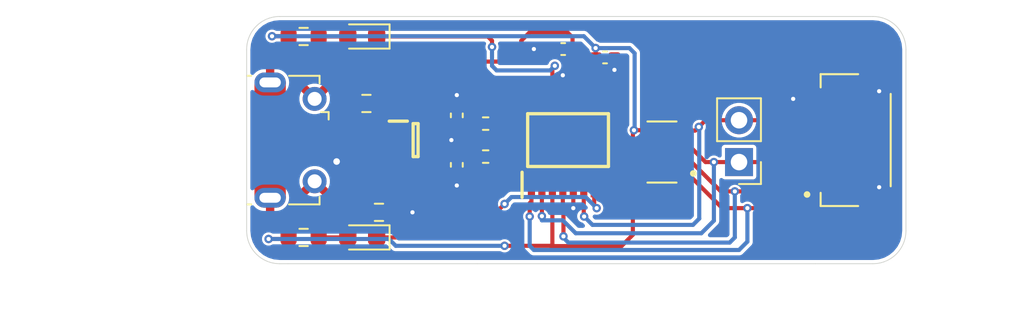
<source format=kicad_pcb>
(kicad_pcb (version 20171130) (host pcbnew "(5.1.9)-1")

  (general
    (thickness 1.6)
    (drawings 15)
    (tracks 256)
    (zones 0)
    (modules 18)
    (nets 22)
  )

  (page A4)
  (layers
    (0 F.Cu signal)
    (31 B.Cu signal)
    (32 B.Adhes user)
    (33 F.Adhes user)
    (34 B.Paste user)
    (35 F.Paste user)
    (36 B.SilkS user)
    (37 F.SilkS user)
    (38 B.Mask user)
    (39 F.Mask user)
    (40 Dwgs.User user)
    (41 Cmts.User user)
    (42 Eco1.User user)
    (43 Eco2.User user)
    (44 Edge.Cuts user)
    (45 Margin user)
    (46 B.CrtYd user hide)
    (47 F.CrtYd user)
    (48 B.Fab user hide)
    (49 F.Fab user hide)
  )

  (setup
    (last_trace_width 0.25)
    (user_trace_width 0.20574)
    (trace_clearance 0.2)
    (zone_clearance 0.508)
    (zone_45_only no)
    (trace_min 0.2)
    (via_size 0.8)
    (via_drill 0.4)
    (via_min_size 0.4)
    (via_min_drill 0.254)
    (user_via 0.4 0.3)
    (user_via 0.508 0.254)
    (uvia_size 0.3)
    (uvia_drill 0.1)
    (uvias_allowed no)
    (uvia_min_size 0.2)
    (uvia_min_drill 0.1)
    (edge_width 0.05)
    (segment_width 0.2)
    (pcb_text_width 0.3)
    (pcb_text_size 1.5 1.5)
    (mod_edge_width 0.12)
    (mod_text_size 1 1)
    (mod_text_width 0.15)
    (pad_size 1.524 1.524)
    (pad_drill 0.762)
    (pad_to_mask_clearance 0)
    (aux_axis_origin 0 0)
    (visible_elements 7FFFFFFF)
    (pcbplotparams
      (layerselection 0x010fc_ffffffff)
      (usegerberextensions false)
      (usegerberattributes true)
      (usegerberadvancedattributes true)
      (creategerberjobfile true)
      (excludeedgelayer true)
      (linewidth 0.100000)
      (plotframeref false)
      (viasonmask false)
      (mode 1)
      (useauxorigin false)
      (hpglpennumber 1)
      (hpglpenspeed 20)
      (hpglpendiameter 15.000000)
      (psnegative false)
      (psa4output false)
      (plotreference true)
      (plotvalue true)
      (plotinvisibletext false)
      (padsonsilk false)
      (subtractmaskfromsilk false)
      (outputformat 1)
      (mirror false)
      (drillshape 1)
      (scaleselection 1)
      (outputdirectory ""))
  )

  (net 0 "")
  (net 1 GND)
  (net 2 /CTS)
  (net 3 /TX)
  (net 4 /RX)
  (net 5 /RTS)
  (net 6 "Net-(J3-Pad1)")
  (net 7 VBUS)
  (net 8 +3V3)
  (net 9 "Net-(IC1-Pad16)")
  (net 10 "Net-(J2-Pad4)")
  (net 11 "Net-(D1-Pad2)")
  (net 12 "Net-(D1-Pad1)")
  (net 13 "Net-(D2-Pad2)")
  (net 14 "Net-(D2-Pad1)")
  (net 15 /shield)
  (net 16 /D+)
  (net 17 /D-)
  (net 18 /D1-)
  (net 19 /D1+)
  (net 20 "Net-(FB1-Pad2)")
  (net 21 "Net-(IC1-Pad15)")

  (net_class Default "This is the default net class."
    (clearance 0.2)
    (trace_width 0.25)
    (via_dia 0.8)
    (via_drill 0.4)
    (uvia_dia 0.3)
    (uvia_drill 0.1)
    (add_net +3V3)
    (add_net /CTS)
    (add_net /RTS)
    (add_net /RX)
    (add_net /TX)
    (add_net /shield)
    (add_net GND)
    (add_net "Net-(D1-Pad1)")
    (add_net "Net-(D1-Pad2)")
    (add_net "Net-(D2-Pad1)")
    (add_net "Net-(D2-Pad2)")
    (add_net "Net-(FB1-Pad2)")
    (add_net "Net-(IC1-Pad15)")
    (add_net "Net-(IC1-Pad16)")
    (add_net "Net-(J2-Pad4)")
    (add_net "Net-(J3-Pad1)")
    (add_net VBUS)
  )

  (net_class USB ""
    (clearance 0.2)
    (trace_width 0.25)
    (via_dia 0.8)
    (via_drill 0.4)
    (uvia_dia 0.3)
    (uvia_drill 0.1)
    (diff_pair_width 0.20574)
    (diff_pair_gap 0.127)
    (add_net /D+)
    (add_net /D-)
    (add_net /D1+)
    (add_net /D1-)
  )

  (module "footprints:JST_SM06B-SRSS-TB(LF)(SN)" (layer F.Cu) (tedit 601D92D9) (tstamp 601DCBD2)
    (at 123.5 67.5 90)
    (path /602995C3)
    (fp_text reference J3 (at -0.825 -1.875 90) (layer F.SilkS) hide
      (effects (font (size 1 1) (thickness 0.015)))
    )
    (fp_text value "SM06B-SRSS-TB(LF)(SN)" (at 11.875 5.765 90) (layer F.Fab)
      (effects (font (size 1 1) (thickness 0.015)))
    )
    (fp_line (start -4.65 5.025) (end -4.65 -1.025) (layer F.CrtYd) (width 0.05))
    (fp_line (start 4.65 5.025) (end -4.65 5.025) (layer F.CrtYd) (width 0.05))
    (fp_line (start 4.65 -1.025) (end 4.65 5.025) (layer F.CrtYd) (width 0.05))
    (fp_line (start -4.65 -1.025) (end 4.65 -1.025) (layer F.CrtYd) (width 0.05))
    (fp_circle (center -3.3 -0.5) (end -3.2 -0.5) (layer F.Fab) (width 0.2))
    (fp_circle (center -3.3 -0.5) (end -3.2 -0.5) (layer F.SilkS) (width 0.2))
    (fp_line (start -2.8 4.575) (end 2.8 4.575) (layer F.SilkS) (width 0.127))
    (fp_line (start 4 0.325) (end 4 2.6) (layer F.SilkS) (width 0.127))
    (fp_line (start 3.2 0.325) (end 4 0.325) (layer F.SilkS) (width 0.127))
    (fp_line (start -4 0.325) (end -4 2.6) (layer F.SilkS) (width 0.127))
    (fp_line (start -3.2 0.325) (end -4 0.325) (layer F.SilkS) (width 0.127))
    (fp_line (start -4 4.575) (end -4 0.325) (layer F.Fab) (width 0.127))
    (fp_line (start 4 4.575) (end -4 4.575) (layer F.Fab) (width 0.127))
    (fp_line (start 4 0.325) (end 4 4.575) (layer F.Fab) (width 0.127))
    (fp_line (start -4 0.325) (end 4 0.325) (layer F.Fab) (width 0.127))
    (pad S2 smd rect (at 3.8 3.875 90) (size 1.2 1.8) (layers F.Cu F.Paste F.Mask)
      (net 1 GND))
    (pad S1 smd rect (at -3.8 3.875 90) (size 1.2 1.8) (layers F.Cu F.Paste F.Mask)
      (net 1 GND))
    (pad 5 smd rect (at 1.5 0 90) (size 0.6 1.55) (layers F.Cu F.Paste F.Mask)
      (net 2 /CTS))
    (pad 4 smd rect (at 0.5 0 90) (size 0.6 1.55) (layers F.Cu F.Paste F.Mask)
      (net 5 /RTS))
    (pad 3 smd rect (at -0.5 0 90) (size 0.6 1.55) (layers F.Cu F.Paste F.Mask)
      (net 4 /RX))
    (pad 2 smd rect (at -1.5 0 90) (size 0.6 1.55) (layers F.Cu F.Paste F.Mask)
      (net 3 /TX))
    (pad 1 smd rect (at -2.5 0 90) (size 0.6 1.55) (layers F.Cu F.Paste F.Mask)
      (net 6 "Net-(J3-Pad1)"))
    (pad 6 smd rect (at 2.5 0 90) (size 0.6 1.55) (layers F.Cu F.Paste F.Mask)
      (net 1 GND))
  )

  (module SamacSys_Parts:SOP64P599X175-16N (layer F.Cu) (tedit 5FF9E1FD) (tstamp 6021A93A)
    (at 108.5 67.5 90)
    (descr "SSOP-16 (MO-137AB)")
    (tags "Integrated Circuit")
    (path /6021CF07)
    (attr smd)
    (fp_text reference IC1 (at 0 0 90) (layer F.SilkS) hide
      (effects (font (size 1.27 1.27) (thickness 0.254)))
    )
    (fp_text value FT230XS-R (at 0 0 90) (layer F.SilkS) hide
      (effects (font (size 1.27 1.27) (thickness 0.254)))
    )
    (fp_line (start -3.725 -2.752) (end 3.725 -2.752) (layer Dwgs.User) (width 0.05))
    (fp_line (start 3.725 -2.752) (end 3.725 2.752) (layer Dwgs.User) (width 0.05))
    (fp_line (start 3.725 2.752) (end -3.725 2.752) (layer Dwgs.User) (width 0.05))
    (fp_line (start -3.725 2.752) (end -3.725 -2.752) (layer Dwgs.User) (width 0.05))
    (fp_line (start -1.95 -2.451) (end 1.95 -2.451) (layer Dwgs.User) (width 0.1))
    (fp_line (start 1.95 -2.451) (end 1.95 2.451) (layer Dwgs.User) (width 0.1))
    (fp_line (start 1.95 2.451) (end -1.95 2.451) (layer Dwgs.User) (width 0.1))
    (fp_line (start -1.95 2.451) (end -1.95 -2.451) (layer Dwgs.User) (width 0.1))
    (fp_line (start -1.95 -1.816) (end -1.314 -2.451) (layer Dwgs.User) (width 0.1))
    (fp_line (start -1.6 -2.451) (end 1.6 -2.451) (layer F.SilkS) (width 0.2))
    (fp_line (start 1.6 -2.451) (end 1.6 2.451) (layer F.SilkS) (width 0.2))
    (fp_line (start 1.6 2.451) (end -1.6 2.451) (layer F.SilkS) (width 0.2))
    (fp_line (start -1.6 2.451) (end -1.6 -2.451) (layer F.SilkS) (width 0.2))
    (fp_line (start -3.475 -2.79) (end -1.95 -2.79) (layer F.SilkS) (width 0.2))
    (pad 16 smd rect (at 2.712 -2.222 180) (size 0.435 1.526) (layers F.Cu F.Paste F.Mask)
      (net 9 "Net-(IC1-Pad16)"))
    (pad 15 smd rect (at 2.712 -1.588 180) (size 0.435 1.526) (layers F.Cu F.Paste F.Mask)
      (net 21 "Net-(IC1-Pad15)"))
    (pad 14 smd rect (at 2.712 -0.952 180) (size 0.435 1.526) (layers F.Cu F.Paste F.Mask)
      (net 14 "Net-(D2-Pad1)"))
    (pad 13 smd rect (at 2.712 -0.318 180) (size 0.435 1.526) (layers F.Cu F.Paste F.Mask)
      (net 1 GND))
    (pad 12 smd rect (at 2.712 0.318 180) (size 0.435 1.526) (layers F.Cu F.Paste F.Mask)
      (net 7 VBUS))
    (pad 11 smd rect (at 2.712 0.952 180) (size 0.435 1.526) (layers F.Cu F.Paste F.Mask)
      (net 8 +3V3))
    (pad 10 smd rect (at 2.712 1.588 180) (size 0.435 1.526) (layers F.Cu F.Paste F.Mask)
      (net 8 +3V3))
    (pad 9 smd rect (at 2.712 2.222 180) (size 0.435 1.526) (layers F.Cu F.Paste F.Mask)
      (net 18 /D1-))
    (pad 8 smd rect (at -2.712 2.222 180) (size 0.435 1.526) (layers F.Cu F.Paste F.Mask)
      (net 19 /D1+))
    (pad 7 smd rect (at -2.712 1.588 180) (size 0.435 1.526) (layers F.Cu F.Paste F.Mask)
      (net 12 "Net-(D1-Pad1)"))
    (pad 6 smd rect (at -2.712 0.952 180) (size 0.435 1.526) (layers F.Cu F.Paste F.Mask)
      (net 2 /CTS))
    (pad 5 smd rect (at -2.712 0.318 180) (size 0.435 1.526) (layers F.Cu F.Paste F.Mask)
      (net 1 GND))
    (pad 4 smd rect (at -2.712 -0.318 180) (size 0.435 1.526) (layers F.Cu F.Paste F.Mask)
      (net 4 /RX))
    (pad 3 smd rect (at -2.712 -0.952 180) (size 0.435 1.526) (layers F.Cu F.Paste F.Mask)
      (net 8 +3V3))
    (pad 2 smd rect (at -2.712 -1.588 180) (size 0.435 1.526) (layers F.Cu F.Paste F.Mask)
      (net 5 /RTS))
    (pad 1 smd rect (at -2.712 -2.222 180) (size 0.435 1.526) (layers F.Cu F.Paste F.Mask)
      (net 3 /TX))
  )

  (module SamacSys_Parts:SOT65P228X110-3N (layer F.Cu) (tedit 600C9852) (tstamp 60220160)
    (at 99.25 67.5)
    (descr SC70-3L)
    (tags "TVS Diode (Uni-directional)")
    (path /602F7AC4)
    (attr smd)
    (fp_text reference D3 (at 0 0) (layer F.SilkS) hide
      (effects (font (size 1.27 1.27) (thickness 0.254)))
    )
    (fp_text value AQ3102-02JTG (at 0 0) (layer F.SilkS) hide
      (effects (font (size 1.27 1.27) (thickness 0.254)))
    )
    (fp_line (start -1.85 -1.35) (end 1.85 -1.35) (layer Dwgs.User) (width 0.05))
    (fp_line (start 1.85 -1.35) (end 1.85 1.35) (layer Dwgs.User) (width 0.05))
    (fp_line (start 1.85 1.35) (end -1.85 1.35) (layer Dwgs.User) (width 0.05))
    (fp_line (start -1.85 1.35) (end -1.85 -1.35) (layer Dwgs.User) (width 0.05))
    (fp_line (start -0.625 -1) (end 0.625 -1) (layer Dwgs.User) (width 0.1))
    (fp_line (start 0.625 -1) (end 0.625 1) (layer Dwgs.User) (width 0.1))
    (fp_line (start 0.625 1) (end -0.625 1) (layer Dwgs.User) (width 0.1))
    (fp_line (start -0.625 1) (end -0.625 -1) (layer Dwgs.User) (width 0.1))
    (fp_line (start -0.625 -0.35) (end 0.025 -1) (layer Dwgs.User) (width 0.1))
    (fp_line (start -0.15 -1) (end 0.15 -1) (layer F.SilkS) (width 0.2))
    (fp_line (start 0.15 -1) (end 0.15 1) (layer F.SilkS) (width 0.2))
    (fp_line (start 0.15 1) (end -0.15 1) (layer F.SilkS) (width 0.2))
    (fp_line (start -0.15 1) (end -0.15 -1) (layer F.SilkS) (width 0.2))
    (fp_line (start -1.6 -1.15) (end -0.5 -1.15) (layer F.SilkS) (width 0.2))
    (pad 3 smd rect (at 1.05 0 90) (size 0.5 1.1) (layers F.Cu F.Paste F.Mask)
      (net 1 GND))
    (pad 2 smd rect (at -1.05 0.65 90) (size 0.5 1.1) (layers F.Cu F.Paste F.Mask)
      (net 16 /D+))
    (pad 1 smd rect (at -1.05 -0.65 90) (size 0.5 1.1) (layers F.Cu F.Paste F.Mask)
      (net 17 /D-))
  )

  (module Resistor_SMD:R_0603_1608Metric_Pad0.98x0.95mm_HandSolder (layer F.Cu) (tedit 5F68FEEE) (tstamp 60233FC8)
    (at 97.028 71.882)
    (descr "Resistor SMD 0603 (1608 Metric), square (rectangular) end terminal, IPC_7351 nominal with elongated pad for handsoldering. (Body size source: IPC-SM-782 page 72, https://www.pcb-3d.com/wordpress/wp-content/uploads/ipc-sm-782a_amendment_1_and_2.pdf), generated with kicad-footprint-generator")
    (tags "resistor handsolder")
    (path /60231726)
    (attr smd)
    (fp_text reference FB2 (at 0 -1.43) (layer F.SilkS) hide
      (effects (font (size 1 1) (thickness 0.15)))
    )
    (fp_text value Ferrite_Bead (at 0 1.43) (layer F.Fab)
      (effects (font (size 1 1) (thickness 0.15)))
    )
    (fp_line (start 1.65 0.73) (end -1.65 0.73) (layer F.CrtYd) (width 0.05))
    (fp_line (start 1.65 -0.73) (end 1.65 0.73) (layer F.CrtYd) (width 0.05))
    (fp_line (start -1.65 -0.73) (end 1.65 -0.73) (layer F.CrtYd) (width 0.05))
    (fp_line (start -1.65 0.73) (end -1.65 -0.73) (layer F.CrtYd) (width 0.05))
    (fp_line (start -0.254724 0.5225) (end 0.254724 0.5225) (layer F.SilkS) (width 0.12))
    (fp_line (start -0.254724 -0.5225) (end 0.254724 -0.5225) (layer F.SilkS) (width 0.12))
    (fp_line (start 0.8 0.4125) (end -0.8 0.4125) (layer F.Fab) (width 0.1))
    (fp_line (start 0.8 -0.4125) (end 0.8 0.4125) (layer F.Fab) (width 0.1))
    (fp_line (start -0.8 -0.4125) (end 0.8 -0.4125) (layer F.Fab) (width 0.1))
    (fp_line (start -0.8 0.4125) (end -0.8 -0.4125) (layer F.Fab) (width 0.1))
    (fp_text user %R (at -0.254 -1.24) (layer F.Fab)
      (effects (font (size 0.4 0.4) (thickness 0.06)))
    )
    (pad 2 smd roundrect (at 0.9125 0) (size 0.975 0.95) (layers F.Cu F.Paste F.Mask) (roundrect_rratio 0.25)
      (net 1 GND))
    (pad 1 smd roundrect (at -0.9125 0) (size 0.975 0.95) (layers F.Cu F.Paste F.Mask) (roundrect_rratio 0.25)
      (net 15 /shield))
    (model ${KISYS3DMOD}/Resistor_SMD.3dshapes/R_0603_1608Metric.wrl
      (at (xyz 0 0 0))
      (scale (xyz 1 1 1))
      (rotate (xyz 0 0 0))
    )
  )

  (module Resistor_SMD:R_0603_1608Metric_Pad0.98x0.95mm_HandSolder (layer F.Cu) (tedit 5F68FEEE) (tstamp 60233FB7)
    (at 96.266 65.278 180)
    (descr "Resistor SMD 0603 (1608 Metric), square (rectangular) end terminal, IPC_7351 nominal with elongated pad for handsoldering. (Body size source: IPC-SM-782 page 72, https://www.pcb-3d.com/wordpress/wp-content/uploads/ipc-sm-782a_amendment_1_and_2.pdf), generated with kicad-footprint-generator")
    (tags "resistor handsolder")
    (path /6023503F)
    (attr smd)
    (fp_text reference FB1 (at 0 -1.43) (layer F.SilkS) hide
      (effects (font (size 1 1) (thickness 0.15)))
    )
    (fp_text value Ferrite_Bead (at 0 1.43) (layer F.Fab) hide
      (effects (font (size 1 1) (thickness 0.15)))
    )
    (fp_line (start 1.65 0.73) (end -1.65 0.73) (layer F.CrtYd) (width 0.05))
    (fp_line (start 1.65 -0.73) (end 1.65 0.73) (layer F.CrtYd) (width 0.05))
    (fp_line (start -1.65 -0.73) (end 1.65 -0.73) (layer F.CrtYd) (width 0.05))
    (fp_line (start -1.65 0.73) (end -1.65 -0.73) (layer F.CrtYd) (width 0.05))
    (fp_line (start -0.254724 0.5225) (end 0.254724 0.5225) (layer F.SilkS) (width 0.12))
    (fp_line (start -0.254724 -0.5225) (end 0.254724 -0.5225) (layer F.SilkS) (width 0.12))
    (fp_line (start 0.8 0.4125) (end -0.8 0.4125) (layer F.Fab) (width 0.1))
    (fp_line (start 0.8 -0.4125) (end 0.8 0.4125) (layer F.Fab) (width 0.1))
    (fp_line (start -0.8 -0.4125) (end 0.8 -0.4125) (layer F.Fab) (width 0.1))
    (fp_line (start -0.8 0.4125) (end -0.8 -0.4125) (layer F.Fab) (width 0.1))
    (fp_text user %R (at 0 -1.27) (layer F.Fab)
      (effects (font (size 0.4 0.4) (thickness 0.06)))
    )
    (pad 2 smd roundrect (at 0.9125 0 180) (size 0.975 0.95) (layers F.Cu F.Paste F.Mask) (roundrect_rratio 0.25)
      (net 20 "Net-(FB1-Pad2)"))
    (pad 1 smd roundrect (at -0.9125 0 180) (size 0.975 0.95) (layers F.Cu F.Paste F.Mask) (roundrect_rratio 0.25)
      (net 7 VBUS))
    (model ${KISYS3DMOD}/Resistor_SMD.3dshapes/R_0603_1608Metric.wrl
      (at (xyz 0 0 0))
      (scale (xyz 1 1 1))
      (rotate (xyz 0 0 0))
    )
  )

  (module Resistor_SMD:R_0402_1005Metric_Pad0.72x0.64mm_HandSolder (layer F.Cu) (tedit 5F6BB9E0) (tstamp 602201C8)
    (at 103.5 66.5)
    (descr "Resistor SMD 0402 (1005 Metric), square (rectangular) end terminal, IPC_7351 nominal with elongated pad for handsoldering. (Body size source: IPC-SM-782 page 72, https://www.pcb-3d.com/wordpress/wp-content/uploads/ipc-sm-782a_amendment_1_and_2.pdf), generated with kicad-footprint-generator")
    (tags "resistor handsolder")
    (path /6022D0F5)
    (attr smd)
    (fp_text reference R2 (at 0 -1.17) (layer F.SilkS) hide
      (effects (font (size 1 1) (thickness 0.15)))
    )
    (fp_text value R (at 0 1.17) (layer F.Fab)
      (effects (font (size 1 1) (thickness 0.15)))
    )
    (fp_line (start 1.1 0.47) (end -1.1 0.47) (layer F.CrtYd) (width 0.05))
    (fp_line (start 1.1 -0.47) (end 1.1 0.47) (layer F.CrtYd) (width 0.05))
    (fp_line (start -1.1 -0.47) (end 1.1 -0.47) (layer F.CrtYd) (width 0.05))
    (fp_line (start -1.1 0.47) (end -1.1 -0.47) (layer F.CrtYd) (width 0.05))
    (fp_line (start -0.167621 0.38) (end 0.167621 0.38) (layer F.SilkS) (width 0.12))
    (fp_line (start -0.167621 -0.38) (end 0.167621 -0.38) (layer F.SilkS) (width 0.12))
    (fp_line (start 0.525 0.27) (end -0.525 0.27) (layer F.Fab) (width 0.1))
    (fp_line (start 0.525 -0.27) (end 0.525 0.27) (layer F.Fab) (width 0.1))
    (fp_line (start -0.525 -0.27) (end 0.525 -0.27) (layer F.Fab) (width 0.1))
    (fp_line (start -0.525 0.27) (end -0.525 -0.27) (layer F.Fab) (width 0.1))
    (fp_text user %R (at 0 0) (layer F.Fab)
      (effects (font (size 0.26 0.26) (thickness 0.04)))
    )
    (pad 2 smd roundrect (at 0.5975 0) (size 0.715 0.64) (layers F.Cu F.Paste F.Mask) (roundrect_rratio 0.25)
      (net 18 /D1-))
    (pad 1 smd roundrect (at -0.5975 0) (size 0.715 0.64) (layers F.Cu F.Paste F.Mask) (roundrect_rratio 0.25)
      (net 17 /D-))
    (model ${KISYS3DMOD}/Resistor_SMD.3dshapes/R_0402_1005Metric.wrl
      (at (xyz 0 0 0))
      (scale (xyz 1 1 1))
      (rotate (xyz 0 0 0))
    )
  )

  (module Resistor_SMD:R_0402_1005Metric_Pad0.72x0.64mm_HandSolder (layer F.Cu) (tedit 5F6BB9E0) (tstamp 6022E712)
    (at 103.5 68.5)
    (descr "Resistor SMD 0402 (1005 Metric), square (rectangular) end terminal, IPC_7351 nominal with elongated pad for handsoldering. (Body size source: IPC-SM-782 page 72, https://www.pcb-3d.com/wordpress/wp-content/uploads/ipc-sm-782a_amendment_1_and_2.pdf), generated with kicad-footprint-generator")
    (tags "resistor handsolder")
    (path /6022D9D5)
    (attr smd)
    (fp_text reference R1 (at 0 -1.17) (layer F.SilkS) hide
      (effects (font (size 1 1) (thickness 0.15)))
    )
    (fp_text value R (at 0 1.17) (layer F.Fab)
      (effects (font (size 1 1) (thickness 0.15)))
    )
    (fp_line (start 1.1 0.47) (end -1.1 0.47) (layer F.CrtYd) (width 0.05))
    (fp_line (start 1.1 -0.47) (end 1.1 0.47) (layer F.CrtYd) (width 0.05))
    (fp_line (start -1.1 -0.47) (end 1.1 -0.47) (layer F.CrtYd) (width 0.05))
    (fp_line (start -1.1 0.47) (end -1.1 -0.47) (layer F.CrtYd) (width 0.05))
    (fp_line (start -0.167621 0.38) (end 0.167621 0.38) (layer F.SilkS) (width 0.12))
    (fp_line (start -0.167621 -0.38) (end 0.167621 -0.38) (layer F.SilkS) (width 0.12))
    (fp_line (start 0.525 0.27) (end -0.525 0.27) (layer F.Fab) (width 0.1))
    (fp_line (start 0.525 -0.27) (end 0.525 0.27) (layer F.Fab) (width 0.1))
    (fp_line (start -0.525 -0.27) (end 0.525 -0.27) (layer F.Fab) (width 0.1))
    (fp_line (start -0.525 0.27) (end -0.525 -0.27) (layer F.Fab) (width 0.1))
    (fp_text user %R (at 0 0) (layer F.Fab)
      (effects (font (size 0.26 0.26) (thickness 0.04)))
    )
    (pad 2 smd roundrect (at 0.5975 0) (size 0.715 0.64) (layers F.Cu F.Paste F.Mask) (roundrect_rratio 0.25)
      (net 19 /D1+))
    (pad 1 smd roundrect (at -0.5975 0) (size 0.715 0.64) (layers F.Cu F.Paste F.Mask) (roundrect_rratio 0.25)
      (net 16 /D+))
    (model ${KISYS3DMOD}/Resistor_SMD.3dshapes/R_0402_1005Metric.wrl
      (at (xyz 0 0 0))
      (scale (xyz 1 1 1))
      (rotate (xyz 0 0 0))
    )
  )

  (module Capacitor_SMD:C_0402_1005Metric_Pad0.74x0.62mm_HandSolder (layer F.Cu) (tedit 5F6BB22C) (tstamp 60220258)
    (at 101.75 66 90)
    (descr "Capacitor SMD 0402 (1005 Metric), square (rectangular) end terminal, IPC_7351 nominal with elongated pad for handsoldering. (Body size source: IPC-SM-782 page 76, https://www.pcb-3d.com/wordpress/wp-content/uploads/ipc-sm-782a_amendment_1_and_2.pdf), generated with kicad-footprint-generator")
    (tags "capacitor handsolder")
    (path /6022B801)
    (attr smd)
    (fp_text reference C4 (at 0 -1.16 90) (layer F.SilkS) hide
      (effects (font (size 1 1) (thickness 0.15)))
    )
    (fp_text value C (at 0 1.16 90) (layer F.Fab)
      (effects (font (size 1 1) (thickness 0.15)))
    )
    (fp_line (start 1.08 0.46) (end -1.08 0.46) (layer F.CrtYd) (width 0.05))
    (fp_line (start 1.08 -0.46) (end 1.08 0.46) (layer F.CrtYd) (width 0.05))
    (fp_line (start -1.08 -0.46) (end 1.08 -0.46) (layer F.CrtYd) (width 0.05))
    (fp_line (start -1.08 0.46) (end -1.08 -0.46) (layer F.CrtYd) (width 0.05))
    (fp_line (start -0.115835 0.36) (end 0.115835 0.36) (layer F.SilkS) (width 0.12))
    (fp_line (start -0.115835 -0.36) (end 0.115835 -0.36) (layer F.SilkS) (width 0.12))
    (fp_line (start 0.5 0.25) (end -0.5 0.25) (layer F.Fab) (width 0.1))
    (fp_line (start 0.5 -0.25) (end 0.5 0.25) (layer F.Fab) (width 0.1))
    (fp_line (start -0.5 -0.25) (end 0.5 -0.25) (layer F.Fab) (width 0.1))
    (fp_line (start -0.5 0.25) (end -0.5 -0.25) (layer F.Fab) (width 0.1))
    (fp_text user %R (at 0 0 90) (layer F.Fab)
      (effects (font (size 0.25 0.25) (thickness 0.04)))
    )
    (pad 2 smd roundrect (at 0.5675 0 90) (size 0.735 0.62) (layers F.Cu F.Paste F.Mask) (roundrect_rratio 0.25)
      (net 1 GND))
    (pad 1 smd roundrect (at -0.5675 0 90) (size 0.735 0.62) (layers F.Cu F.Paste F.Mask) (roundrect_rratio 0.25)
      (net 17 /D-))
    (model ${KISYS3DMOD}/Capacitor_SMD.3dshapes/C_0402_1005Metric.wrl
      (at (xyz 0 0 0))
      (scale (xyz 1 1 1))
      (rotate (xyz 0 0 0))
    )
  )

  (module Capacitor_SMD:C_0402_1005Metric_Pad0.74x0.62mm_HandSolder (layer F.Cu) (tedit 5F6BB22C) (tstamp 602201F8)
    (at 101.75 69 270)
    (descr "Capacitor SMD 0402 (1005 Metric), square (rectangular) end terminal, IPC_7351 nominal with elongated pad for handsoldering. (Body size source: IPC-SM-782 page 76, https://www.pcb-3d.com/wordpress/wp-content/uploads/ipc-sm-782a_amendment_1_and_2.pdf), generated with kicad-footprint-generator")
    (tags "capacitor handsolder")
    (path /6022BB9A)
    (attr smd)
    (fp_text reference C3 (at 0 -1.16 90) (layer F.SilkS) hide
      (effects (font (size 1 1) (thickness 0.15)))
    )
    (fp_text value C (at 0 1.16 90) (layer F.Fab) hide
      (effects (font (size 1 1) (thickness 0.15)))
    )
    (fp_line (start 1.08 0.46) (end -1.08 0.46) (layer F.CrtYd) (width 0.05))
    (fp_line (start 1.08 -0.46) (end 1.08 0.46) (layer F.CrtYd) (width 0.05))
    (fp_line (start -1.08 -0.46) (end 1.08 -0.46) (layer F.CrtYd) (width 0.05))
    (fp_line (start -1.08 0.46) (end -1.08 -0.46) (layer F.CrtYd) (width 0.05))
    (fp_line (start -0.115835 0.36) (end 0.115835 0.36) (layer F.SilkS) (width 0.12))
    (fp_line (start -0.115835 -0.36) (end 0.115835 -0.36) (layer F.SilkS) (width 0.12))
    (fp_line (start 0.5 0.25) (end -0.5 0.25) (layer F.Fab) (width 0.1))
    (fp_line (start 0.5 -0.25) (end 0.5 0.25) (layer F.Fab) (width 0.1))
    (fp_line (start -0.5 -0.25) (end 0.5 -0.25) (layer F.Fab) (width 0.1))
    (fp_line (start -0.5 0.25) (end -0.5 -0.25) (layer F.Fab) (width 0.1))
    (fp_text user %R (at 0 0 90) (layer F.Fab)
      (effects (font (size 0.25 0.25) (thickness 0.04)))
    )
    (pad 2 smd roundrect (at 0.5675 0 270) (size 0.735 0.62) (layers F.Cu F.Paste F.Mask) (roundrect_rratio 0.25)
      (net 1 GND))
    (pad 1 smd roundrect (at -0.5675 0 270) (size 0.735 0.62) (layers F.Cu F.Paste F.Mask) (roundrect_rratio 0.25)
      (net 16 /D+))
    (model ${KISYS3DMOD}/Capacitor_SMD.3dshapes/C_0402_1005Metric.wrl
      (at (xyz 0 0 0))
      (scale (xyz 1 1 1))
      (rotate (xyz 0 0 0))
    )
  )

  (module Capacitor_SMD:C_0402_1005Metric_Pad0.74x0.62mm_HandSolder (layer F.Cu) (tedit 5F6BB22C) (tstamp 6021A8F6)
    (at 110.744 62.484)
    (descr "Capacitor SMD 0402 (1005 Metric), square (rectangular) end terminal, IPC_7351 nominal with elongated pad for handsoldering. (Body size source: IPC-SM-782 page 76, https://www.pcb-3d.com/wordpress/wp-content/uploads/ipc-sm-782a_amendment_1_and_2.pdf), generated with kicad-footprint-generator")
    (tags "capacitor handsolder")
    (path /6022946B)
    (attr smd)
    (fp_text reference C2 (at 0 -1.16) (layer F.SilkS) hide
      (effects (font (size 1 1) (thickness 0.15)))
    )
    (fp_text value C (at 0 1.16) (layer F.Fab)
      (effects (font (size 1 1) (thickness 0.15)))
    )
    (fp_line (start 1.08 0.46) (end -1.08 0.46) (layer F.CrtYd) (width 0.05))
    (fp_line (start 1.08 -0.46) (end 1.08 0.46) (layer F.CrtYd) (width 0.05))
    (fp_line (start -1.08 -0.46) (end 1.08 -0.46) (layer F.CrtYd) (width 0.05))
    (fp_line (start -1.08 0.46) (end -1.08 -0.46) (layer F.CrtYd) (width 0.05))
    (fp_line (start -0.115835 0.36) (end 0.115835 0.36) (layer F.SilkS) (width 0.12))
    (fp_line (start -0.115835 -0.36) (end 0.115835 -0.36) (layer F.SilkS) (width 0.12))
    (fp_line (start 0.5 0.25) (end -0.5 0.25) (layer F.Fab) (width 0.1))
    (fp_line (start 0.5 -0.25) (end 0.5 0.25) (layer F.Fab) (width 0.1))
    (fp_line (start -0.5 -0.25) (end 0.5 -0.25) (layer F.Fab) (width 0.1))
    (fp_line (start -0.5 0.25) (end -0.5 -0.25) (layer F.Fab) (width 0.1))
    (fp_text user %R (at 0 -0.778) (layer F.Fab)
      (effects (font (size 0.25 0.25) (thickness 0.04)))
    )
    (pad 2 smd roundrect (at 0.5675 0) (size 0.735 0.62) (layers F.Cu F.Paste F.Mask) (roundrect_rratio 0.25)
      (net 1 GND))
    (pad 1 smd roundrect (at -0.5675 0) (size 0.735 0.62) (layers F.Cu F.Paste F.Mask) (roundrect_rratio 0.25)
      (net 8 +3V3))
    (model ${KISYS3DMOD}/Capacitor_SMD.3dshapes/C_0402_1005Metric.wrl
      (at (xyz 0 0 0))
      (scale (xyz 1 1 1))
      (rotate (xyz 0 0 0))
    )
  )

  (module Capacitor_SMD:C_0402_1005Metric_Pad0.74x0.62mm_HandSolder (layer F.Cu) (tedit 5F6BB22C) (tstamp 6021A8E5)
    (at 108.204 61.976 180)
    (descr "Capacitor SMD 0402 (1005 Metric), square (rectangular) end terminal, IPC_7351 nominal with elongated pad for handsoldering. (Body size source: IPC-SM-782 page 76, https://www.pcb-3d.com/wordpress/wp-content/uploads/ipc-sm-782a_amendment_1_and_2.pdf), generated with kicad-footprint-generator")
    (tags "capacitor handsolder")
    (path /6022B445)
    (attr smd)
    (fp_text reference C1 (at 0 -1.16) (layer F.SilkS) hide
      (effects (font (size 1 1) (thickness 0.15)))
    )
    (fp_text value C (at 0 1.16) (layer F.Fab)
      (effects (font (size 1 1) (thickness 0.15)))
    )
    (fp_line (start 1.08 0.46) (end -1.08 0.46) (layer F.CrtYd) (width 0.05))
    (fp_line (start 1.08 -0.46) (end 1.08 0.46) (layer F.CrtYd) (width 0.05))
    (fp_line (start -1.08 -0.46) (end 1.08 -0.46) (layer F.CrtYd) (width 0.05))
    (fp_line (start -1.08 0.46) (end -1.08 -0.46) (layer F.CrtYd) (width 0.05))
    (fp_line (start -0.115835 0.36) (end 0.115835 0.36) (layer F.SilkS) (width 0.12))
    (fp_line (start -0.115835 -0.36) (end 0.115835 -0.36) (layer F.SilkS) (width 0.12))
    (fp_line (start 0.5 0.25) (end -0.5 0.25) (layer F.Fab) (width 0.1))
    (fp_line (start 0.5 -0.25) (end 0.5 0.25) (layer F.Fab) (width 0.1))
    (fp_line (start -0.5 -0.25) (end 0.5 -0.25) (layer F.Fab) (width 0.1))
    (fp_line (start -0.5 0.25) (end -0.5 -0.25) (layer F.Fab) (width 0.1))
    (fp_text user %R (at 0 0) (layer F.Fab)
      (effects (font (size 0.25 0.25) (thickness 0.04)))
    )
    (pad 2 smd roundrect (at 0.5675 0 180) (size 0.735 0.62) (layers F.Cu F.Paste F.Mask) (roundrect_rratio 0.25)
      (net 1 GND))
    (pad 1 smd roundrect (at -0.5675 0 180) (size 0.735 0.62) (layers F.Cu F.Paste F.Mask) (roundrect_rratio 0.25)
      (net 7 VBUS))
    (model ${KISYS3DMOD}/Capacitor_SMD.3dshapes/C_0402_1005Metric.wrl
      (at (xyz 0 0 0))
      (scale (xyz 1 1 1))
      (rotate (xyz 0 0 0))
    )
  )

  (module Connector_USB:USB_Micro-B_Molex-105017-0001 (layer F.Cu) (tedit 5A1DC0BE) (tstamp 602202A0)
    (at 91.6615 67.5 270)
    (descr http://www.molex.com/pdm_docs/sd/1050170001_sd.pdf)
    (tags "Micro-USB SMD Typ-B")
    (path /6022490F)
    (attr smd)
    (fp_text reference J2 (at 0 -3.1125 90) (layer F.SilkS) hide
      (effects (font (size 1 1) (thickness 0.15)))
    )
    (fp_text value USB_B_Micro (at 0.3 4.3375 90) (layer F.Fab) hide
      (effects (font (size 1 1) (thickness 0.15)))
    )
    (fp_line (start -4.4 3.64) (end 4.4 3.64) (layer F.CrtYd) (width 0.05))
    (fp_line (start 4.4 -2.46) (end 4.4 3.64) (layer F.CrtYd) (width 0.05))
    (fp_line (start -4.4 -2.46) (end 4.4 -2.46) (layer F.CrtYd) (width 0.05))
    (fp_line (start -4.4 3.64) (end -4.4 -2.46) (layer F.CrtYd) (width 0.05))
    (fp_line (start -3.9 -1.7625) (end -3.45 -1.7625) (layer F.SilkS) (width 0.12))
    (fp_line (start -3.9 0.0875) (end -3.9 -1.7625) (layer F.SilkS) (width 0.12))
    (fp_line (start 3.9 2.6375) (end 3.9 2.3875) (layer F.SilkS) (width 0.12))
    (fp_line (start 3.75 3.3875) (end 3.75 -1.6125) (layer F.Fab) (width 0.1))
    (fp_line (start -3 2.689204) (end 3 2.689204) (layer F.Fab) (width 0.1))
    (fp_line (start -3.75 3.389204) (end 3.75 3.389204) (layer F.Fab) (width 0.1))
    (fp_line (start -3.75 -1.6125) (end 3.75 -1.6125) (layer F.Fab) (width 0.1))
    (fp_line (start -3.75 3.3875) (end -3.75 -1.6125) (layer F.Fab) (width 0.1))
    (fp_line (start -3.9 2.6375) (end -3.9 2.3875) (layer F.SilkS) (width 0.12))
    (fp_line (start 3.9 0.0875) (end 3.9 -1.7625) (layer F.SilkS) (width 0.12))
    (fp_line (start 3.9 -1.7625) (end 3.45 -1.7625) (layer F.SilkS) (width 0.12))
    (fp_line (start -1.7 -2.3125) (end -1.25 -2.3125) (layer F.SilkS) (width 0.12))
    (fp_line (start -1.7 -2.3125) (end -1.7 -1.8625) (layer F.SilkS) (width 0.12))
    (fp_line (start -1.3 -1.7125) (end -1.5 -1.9125) (layer F.Fab) (width 0.1))
    (fp_line (start -1.1 -1.9125) (end -1.3 -1.7125) (layer F.Fab) (width 0.1))
    (fp_line (start -1.5 -2.1225) (end -1.1 -2.1225) (layer F.Fab) (width 0.1))
    (fp_line (start -1.5 -2.1225) (end -1.5 -1.9125) (layer F.Fab) (width 0.1))
    (fp_line (start -1.1 -2.1225) (end -1.1 -1.9125) (layer F.Fab) (width 0.1))
    (fp_text user "PCB Edge" (at 0 2.6875 90) (layer Dwgs.User)
      (effects (font (size 0.5 0.5) (thickness 0.08)))
    )
    (fp_text user %R (at 0 0.8875 90) (layer F.Fab)
      (effects (font (size 1 1) (thickness 0.15)))
    )
    (pad 6 smd rect (at 1 1.2375 270) (size 1.5 1.9) (layers F.Cu F.Paste F.Mask)
      (net 15 /shield))
    (pad 6 thru_hole circle (at -2.5 -1.4625 270) (size 1.45 1.45) (drill 0.85) (layers *.Cu *.Mask)
      (net 15 /shield))
    (pad 2 smd rect (at -0.65 -1.4625 270) (size 0.4 1.35) (layers F.Cu F.Paste F.Mask)
      (net 17 /D-))
    (pad 1 smd rect (at -1.3 -1.4625 270) (size 0.4 1.35) (layers F.Cu F.Paste F.Mask)
      (net 20 "Net-(FB1-Pad2)"))
    (pad 5 smd rect (at 1.3 -1.4625 270) (size 0.4 1.35) (layers F.Cu F.Paste F.Mask)
      (net 1 GND))
    (pad 4 smd rect (at 0.65 -1.4625 270) (size 0.4 1.35) (layers F.Cu F.Paste F.Mask)
      (net 10 "Net-(J2-Pad4)"))
    (pad 3 smd rect (at 0 -1.4625 270) (size 0.4 1.35) (layers F.Cu F.Paste F.Mask)
      (net 16 /D+))
    (pad 6 thru_hole circle (at 2.5 -1.4625 270) (size 1.45 1.45) (drill 0.85) (layers *.Cu *.Mask)
      (net 15 /shield))
    (pad 6 smd rect (at -1 1.2375 270) (size 1.5 1.9) (layers F.Cu F.Paste F.Mask)
      (net 15 /shield))
    (pad 6 thru_hole oval (at -3.5 1.2375 90) (size 1.2 1.9) (drill oval 0.6 1.3) (layers *.Cu *.Mask)
      (net 15 /shield))
    (pad 6 thru_hole oval (at 3.5 1.2375 270) (size 1.2 1.9) (drill oval 0.6 1.3) (layers *.Cu *.Mask)
      (net 15 /shield))
    (pad 6 smd rect (at 2.9 1.2375 270) (size 1.2 1.9) (layers F.Cu F.Mask)
      (net 15 /shield))
    (pad 6 smd rect (at -2.9 1.2375 270) (size 1.2 1.9) (layers F.Cu F.Mask)
      (net 15 /shield))
    (model ${KIPRJMOD}/footprints.pretty/105017-0001.stp
      (offset (xyz 0 -1 1))
      (scale (xyz 1 1 1))
      (rotate (xyz -90 0 0))
    )
  )

  (module footprints:RESCAXS80P320X160X60-8N (layer F.Cu) (tedit 60219051) (tstamp 6021E229)
    (at 114.1984 68.2244 180)
    (path /602DF6D8)
    (fp_text reference RN1 (at -0.076 -2.3048) (layer F.SilkS) hide
      (effects (font (size 0.48 0.48) (thickness 0.015)))
    )
    (fp_text value R_Pack04 (at 5.3104 2.2952) (layer F.Fab) hide
      (effects (font (size 0.48 0.48) (thickness 0.015)))
    )
    (fp_circle (center -1.9 -1.3) (end -1.8 -1.3) (layer F.Fab) (width 0.2))
    (fp_circle (center -1.9 -1.3) (end -1.8 -1.3) (layer F.SilkS) (width 0.2))
    (fp_line (start 1.59 -1.89) (end 1.59 1.89) (layer F.CrtYd) (width 0.05))
    (fp_line (start -1.59 1.89) (end -1.59 -1.89) (layer F.CrtYd) (width 0.05))
    (fp_line (start -1.13 1.89) (end -1.59 1.89) (layer F.CrtYd) (width 0.05))
    (fp_line (start -1.13 1.95) (end -1.13 1.89) (layer F.CrtYd) (width 0.05))
    (fp_line (start 1.13 1.95) (end -1.13 1.95) (layer F.CrtYd) (width 0.05))
    (fp_line (start 1.13 1.89) (end 1.13 1.95) (layer F.CrtYd) (width 0.05))
    (fp_line (start 1.59 1.89) (end 1.13 1.89) (layer F.CrtYd) (width 0.05))
    (fp_line (start 1.13 -1.89) (end 1.59 -1.89) (layer F.CrtYd) (width 0.05))
    (fp_line (start 1.13 -1.95) (end 1.13 -1.89) (layer F.CrtYd) (width 0.05))
    (fp_line (start -1.13 -1.95) (end 1.13 -1.95) (layer F.CrtYd) (width 0.05))
    (fp_line (start -1.13 -1.89) (end -1.13 -1.95) (layer F.CrtYd) (width 0.05))
    (fp_line (start -1.59 -1.89) (end -1.13 -1.89) (layer F.CrtYd) (width 0.05))
    (fp_line (start -0.88 1.854) (end 0.88 1.854) (layer F.SilkS) (width 0.127))
    (fp_line (start -0.88 -1.854) (end 0.88 -1.854) (layer F.SilkS) (width 0.127))
    (fp_line (start 0.88 1.7) (end -0.88 1.7) (layer F.Fab) (width 0.127))
    (fp_line (start 0.88 -1.7) (end 0.88 1.7) (layer F.Fab) (width 0.127))
    (fp_line (start -0.88 -1.7) (end 0.88 -1.7) (layer F.Fab) (width 0.127))
    (fp_line (start -0.88 1.7) (end -0.88 -1.7) (layer F.Fab) (width 0.127))
    (pad 8 smd rect (at 0.87 -1.3 180) (size 0.93 0.68) (layers F.Cu F.Paste F.Mask)
      (net 8 +3V3))
    (pad 7 smd rect (at 0.87 -0.4 180) (size 0.93 0.48) (layers F.Cu F.Paste F.Mask)
      (net 8 +3V3))
    (pad 6 smd rect (at 0.87 0.4 180) (size 0.93 0.48) (layers F.Cu F.Paste F.Mask)
      (net 8 +3V3))
    (pad 5 smd rect (at 0.87 1.3 180) (size 0.93 0.68) (layers F.Cu F.Paste F.Mask)
      (net 8 +3V3))
    (pad 4 smd rect (at -0.87 1.3 180) (size 0.93 0.68) (layers F.Cu F.Paste F.Mask)
      (net 2 /CTS))
    (pad 3 smd rect (at -0.87 0.4 180) (size 0.93 0.48) (layers F.Cu F.Paste F.Mask)
      (net 5 /RTS))
    (pad 2 smd rect (at -0.87 -0.4 180) (size 0.93 0.48) (layers F.Cu F.Paste F.Mask)
      (net 4 /RX))
    (pad 1 smd rect (at -0.87 -1.3 180) (size 0.93 0.68) (layers F.Cu F.Paste F.Mask)
      (net 3 /TX))
    (model ${KIPRJMOD}/footprints.pretty/EXB-38V473JV.step
      (at (xyz 0 0 0))
      (scale (xyz 1 1 1))
      (rotate (xyz -90 0 90))
    )
  )

  (module Resistor_SMD:R_0603_1608Metric_Pad0.98x0.95mm_HandSolder (layer F.Cu) (tedit 5F68FEEE) (tstamp 60220941)
    (at 92.456 61.214)
    (descr "Resistor SMD 0603 (1608 Metric), square (rectangular) end terminal, IPC_7351 nominal with elongated pad for handsoldering. (Body size source: IPC-SM-782 page 72, https://www.pcb-3d.com/wordpress/wp-content/uploads/ipc-sm-782a_amendment_1_and_2.pdf), generated with kicad-footprint-generator")
    (tags "resistor handsolder")
    (path /602C345E)
    (attr smd)
    (fp_text reference R5 (at 0 1.5) (layer F.SilkS) hide
      (effects (font (size 1 1) (thickness 0.15)))
    )
    (fp_text value R (at 0 1.43) (layer F.Fab) hide
      (effects (font (size 1 1) (thickness 0.15)))
    )
    (fp_line (start 1.65 0.73) (end -1.65 0.73) (layer F.CrtYd) (width 0.05))
    (fp_line (start 1.65 -0.73) (end 1.65 0.73) (layer F.CrtYd) (width 0.05))
    (fp_line (start -1.65 -0.73) (end 1.65 -0.73) (layer F.CrtYd) (width 0.05))
    (fp_line (start -1.65 0.73) (end -1.65 -0.73) (layer F.CrtYd) (width 0.05))
    (fp_line (start -0.254724 0.5225) (end 0.254724 0.5225) (layer F.SilkS) (width 0.12))
    (fp_line (start -0.254724 -0.5225) (end 0.254724 -0.5225) (layer F.SilkS) (width 0.12))
    (fp_line (start 0.8 0.4125) (end -0.8 0.4125) (layer F.Fab) (width 0.1))
    (fp_line (start 0.8 -0.4125) (end 0.8 0.4125) (layer F.Fab) (width 0.1))
    (fp_line (start -0.8 -0.4125) (end 0.8 -0.4125) (layer F.Fab) (width 0.1))
    (fp_line (start -0.8 0.4125) (end -0.8 -0.4125) (layer F.Fab) (width 0.1))
    (fp_text user %R (at 0 0) (layer F.Fab) hide
      (effects (font (size 0.4 0.4) (thickness 0.06)))
    )
    (pad 2 smd roundrect (at 0.9125 0) (size 0.975 0.95) (layers F.Cu F.Paste F.Mask) (roundrect_rratio 0.25)
      (net 13 "Net-(D2-Pad2)"))
    (pad 1 smd roundrect (at -0.9125 0) (size 0.975 0.95) (layers F.Cu F.Paste F.Mask) (roundrect_rratio 0.25)
      (net 8 +3V3))
    (model ${KISYS3DMOD}/Resistor_SMD.3dshapes/R_0603_1608Metric.wrl
      (at (xyz 0 0 0))
      (scale (xyz 1 1 1))
      (rotate (xyz 0 0 0))
    )
  )

  (module Resistor_SMD:R_0603_1608Metric_Pad0.98x0.95mm_HandSolder (layer F.Cu) (tedit 5F68FEEE) (tstamp 6021E1F8)
    (at 92.456 73.406)
    (descr "Resistor SMD 0603 (1608 Metric), square (rectangular) end terminal, IPC_7351 nominal with elongated pad for handsoldering. (Body size source: IPC-SM-782 page 72, https://www.pcb-3d.com/wordpress/wp-content/uploads/ipc-sm-782a_amendment_1_and_2.pdf), generated with kicad-footprint-generator")
    (tags "resistor handsolder")
    (path /602C2129)
    (attr smd)
    (fp_text reference R4 (at 0 -1.43) (layer F.SilkS) hide
      (effects (font (size 1 1) (thickness 0.15)))
    )
    (fp_text value R (at 0 1.43) (layer F.Fab) hide
      (effects (font (size 1 1) (thickness 0.15)))
    )
    (fp_line (start 1.65 0.73) (end -1.65 0.73) (layer F.CrtYd) (width 0.05))
    (fp_line (start 1.65 -0.73) (end 1.65 0.73) (layer F.CrtYd) (width 0.05))
    (fp_line (start -1.65 -0.73) (end 1.65 -0.73) (layer F.CrtYd) (width 0.05))
    (fp_line (start -1.65 0.73) (end -1.65 -0.73) (layer F.CrtYd) (width 0.05))
    (fp_line (start -0.254724 0.5225) (end 0.254724 0.5225) (layer F.SilkS) (width 0.12))
    (fp_line (start -0.254724 -0.5225) (end 0.254724 -0.5225) (layer F.SilkS) (width 0.12))
    (fp_line (start 0.8 0.4125) (end -0.8 0.4125) (layer F.Fab) (width 0.1))
    (fp_line (start 0.8 -0.4125) (end 0.8 0.4125) (layer F.Fab) (width 0.1))
    (fp_line (start -0.8 -0.4125) (end 0.8 -0.4125) (layer F.Fab) (width 0.1))
    (fp_line (start -0.8 0.4125) (end -0.8 -0.4125) (layer F.Fab) (width 0.1))
    (fp_text user %R (at 0 0) (layer F.Fab) hide
      (effects (font (size 0.4 0.4) (thickness 0.06)))
    )
    (pad 2 smd roundrect (at 0.9125 0) (size 0.975 0.95) (layers F.Cu F.Paste F.Mask) (roundrect_rratio 0.25)
      (net 11 "Net-(D1-Pad2)"))
    (pad 1 smd roundrect (at -0.9125 0) (size 0.975 0.95) (layers F.Cu F.Paste F.Mask) (roundrect_rratio 0.25)
      (net 8 +3V3))
    (model ${KISYS3DMOD}/Resistor_SMD.3dshapes/R_0603_1608Metric.wrl
      (at (xyz 0 0 0))
      (scale (xyz 1 1 1))
      (rotate (xyz 0 0 0))
    )
  )

  (module LED_SMD:LED_0603_1608Metric_Pad1.05x0.95mm_HandSolder (layer F.Cu) (tedit 5F68FEF1) (tstamp 6021E0D0)
    (at 96.012 61.214 180)
    (descr "LED SMD 0603 (1608 Metric), square (rectangular) end terminal, IPC_7351 nominal, (Body size source: http://www.tortai-tech.com/upload/download/2011102023233369053.pdf), generated with kicad-footprint-generator")
    (tags "LED handsolder")
    (path /602D0E89)
    (attr smd)
    (fp_text reference D2 (at 0 -1.43) (layer F.SilkS) hide
      (effects (font (size 1 1) (thickness 0.15)))
    )
    (fp_text value LED (at 0 1.43) (layer F.Fab) hide
      (effects (font (size 1 1) (thickness 0.15)))
    )
    (fp_line (start 1.65 0.73) (end -1.65 0.73) (layer F.CrtYd) (width 0.05))
    (fp_line (start 1.65 -0.73) (end 1.65 0.73) (layer F.CrtYd) (width 0.05))
    (fp_line (start -1.65 -0.73) (end 1.65 -0.73) (layer F.CrtYd) (width 0.05))
    (fp_line (start -1.65 0.73) (end -1.65 -0.73) (layer F.CrtYd) (width 0.05))
    (fp_line (start -1.66 0.735) (end 0.8 0.735) (layer F.SilkS) (width 0.12))
    (fp_line (start -1.66 -0.735) (end -1.66 0.735) (layer F.SilkS) (width 0.12))
    (fp_line (start 0.8 -0.735) (end -1.66 -0.735) (layer F.SilkS) (width 0.12))
    (fp_line (start 0.8 0.4) (end 0.8 -0.4) (layer F.Fab) (width 0.1))
    (fp_line (start -0.8 0.4) (end 0.8 0.4) (layer F.Fab) (width 0.1))
    (fp_line (start -0.8 -0.1) (end -0.8 0.4) (layer F.Fab) (width 0.1))
    (fp_line (start -0.5 -0.4) (end -0.8 -0.1) (layer F.Fab) (width 0.1))
    (fp_line (start 0.8 -0.4) (end -0.5 -0.4) (layer F.Fab) (width 0.1))
    (fp_text user %R (at 0 0) (layer F.Fab) hide
      (effects (font (size 0.4 0.4) (thickness 0.06)))
    )
    (pad 2 smd roundrect (at 0.875 0 180) (size 1.05 0.95) (layers F.Cu F.Paste F.Mask) (roundrect_rratio 0.25)
      (net 13 "Net-(D2-Pad2)"))
    (pad 1 smd roundrect (at -0.875 0 180) (size 1.05 0.95) (layers F.Cu F.Paste F.Mask) (roundrect_rratio 0.25)
      (net 14 "Net-(D2-Pad1)"))
    (model ${KISYS3DMOD}/LED_SMD.3dshapes/LED_0603_1608Metric.wrl
      (at (xyz 0 0 0))
      (scale (xyz 1 1 1))
      (rotate (xyz 0 0 0))
    )
  )

  (module LED_SMD:LED_0603_1608Metric_Pad1.05x0.95mm_HandSolder (layer F.Cu) (tedit 5F68FEF1) (tstamp 6021E0BD)
    (at 96.012 73.406 180)
    (descr "LED SMD 0603 (1608 Metric), square (rectangular) end terminal, IPC_7351 nominal, (Body size source: http://www.tortai-tech.com/upload/download/2011102023233369053.pdf), generated with kicad-footprint-generator")
    (tags "LED handsolder")
    (path /602CF8F4)
    (attr smd)
    (fp_text reference D1 (at 0 1.5) (layer F.SilkS) hide
      (effects (font (size 1 1) (thickness 0.15)))
    )
    (fp_text value LED (at 0 1.43) (layer F.Fab) hide
      (effects (font (size 1 1) (thickness 0.15)))
    )
    (fp_line (start 1.65 0.73) (end -1.65 0.73) (layer F.CrtYd) (width 0.05))
    (fp_line (start 1.65 -0.73) (end 1.65 0.73) (layer F.CrtYd) (width 0.05))
    (fp_line (start -1.65 -0.73) (end 1.65 -0.73) (layer F.CrtYd) (width 0.05))
    (fp_line (start -1.65 0.73) (end -1.65 -0.73) (layer F.CrtYd) (width 0.05))
    (fp_line (start -1.66 0.735) (end 0.8 0.735) (layer F.SilkS) (width 0.12))
    (fp_line (start -1.66 -0.735) (end -1.66 0.735) (layer F.SilkS) (width 0.12))
    (fp_line (start 0.8 -0.735) (end -1.66 -0.735) (layer F.SilkS) (width 0.12))
    (fp_line (start 0.8 0.4) (end 0.8 -0.4) (layer F.Fab) (width 0.1))
    (fp_line (start -0.8 0.4) (end 0.8 0.4) (layer F.Fab) (width 0.1))
    (fp_line (start -0.8 -0.1) (end -0.8 0.4) (layer F.Fab) (width 0.1))
    (fp_line (start -0.5 -0.4) (end -0.8 -0.1) (layer F.Fab) (width 0.1))
    (fp_line (start 0.8 -0.4) (end -0.5 -0.4) (layer F.Fab) (width 0.1))
    (fp_text user %R (at 0 0) (layer F.Fab)
      (effects (font (size 0.4 0.4) (thickness 0.06)))
    )
    (pad 2 smd roundrect (at 0.875 0 180) (size 1.05 0.95) (layers F.Cu F.Paste F.Mask) (roundrect_rratio 0.25)
      (net 11 "Net-(D1-Pad2)"))
    (pad 1 smd roundrect (at -0.875 0 180) (size 1.05 0.95) (layers F.Cu F.Paste F.Mask) (roundrect_rratio 0.25)
      (net 12 "Net-(D1-Pad1)"))
    (model ${KISYS3DMOD}/LED_SMD.3dshapes/LED_0603_1608Metric.wrl
      (at (xyz 0 0 0))
      (scale (xyz 1 1 1))
      (rotate (xyz 0 0 0))
    )
  )

  (module Connector_PinHeader_2.54mm:PinHeader_1x02_P2.54mm_Vertical (layer F.Cu) (tedit 59FED5CC) (tstamp 6021A950)
    (at 118.872 68.834 180)
    (descr "Through hole straight pin header, 1x02, 2.54mm pitch, single row")
    (tags "Through hole pin header THT 1x02 2.54mm single row")
    (path /60271704)
    (fp_text reference J1 (at 0 -2.33) (layer F.SilkS) hide
      (effects (font (size 1 1) (thickness 0.15)))
    )
    (fp_text value Conn_01x02 (at 0 4.87) (layer F.Fab) hide
      (effects (font (size 1 1) (thickness 0.15)))
    )
    (fp_line (start 1.8 -1.8) (end -1.8 -1.8) (layer F.CrtYd) (width 0.05))
    (fp_line (start 1.8 4.35) (end 1.8 -1.8) (layer F.CrtYd) (width 0.05))
    (fp_line (start -1.8 4.35) (end 1.8 4.35) (layer F.CrtYd) (width 0.05))
    (fp_line (start -1.8 -1.8) (end -1.8 4.35) (layer F.CrtYd) (width 0.05))
    (fp_line (start -1.33 -1.33) (end 0 -1.33) (layer F.SilkS) (width 0.12))
    (fp_line (start -1.33 0) (end -1.33 -1.33) (layer F.SilkS) (width 0.12))
    (fp_line (start -1.33 1.27) (end 1.33 1.27) (layer F.SilkS) (width 0.12))
    (fp_line (start 1.33 1.27) (end 1.33 3.87) (layer F.SilkS) (width 0.12))
    (fp_line (start -1.33 1.27) (end -1.33 3.87) (layer F.SilkS) (width 0.12))
    (fp_line (start -1.33 3.87) (end 1.33 3.87) (layer F.SilkS) (width 0.12))
    (fp_line (start -1.27 -0.635) (end -0.635 -1.27) (layer F.Fab) (width 0.1))
    (fp_line (start -1.27 3.81) (end -1.27 -0.635) (layer F.Fab) (width 0.1))
    (fp_line (start 1.27 3.81) (end -1.27 3.81) (layer F.Fab) (width 0.1))
    (fp_line (start 1.27 -1.27) (end 1.27 3.81) (layer F.Fab) (width 0.1))
    (fp_line (start -0.635 -1.27) (end 1.27 -1.27) (layer F.Fab) (width 0.1))
    (fp_text user %R (at 2.408 1.098 90) (layer F.Fab)
      (effects (font (size 1 1) (thickness 0.15)))
    )
    (pad 2 thru_hole oval (at 0 2.54 180) (size 1.7 1.7) (drill 1) (layers *.Cu *.Mask)
      (net 2 /CTS))
    (pad 1 thru_hole rect (at 0 0 180) (size 1.7 1.7) (drill 1) (layers *.Cu *.Mask)
      (net 5 /RTS))
    (model ${KISYS3DMOD}/Connector_PinHeader_2.54mm.3dshapes/PinHeader_1x02_P2.54mm_Vertical.wrl
      (at (xyz 0 0 0))
      (scale (xyz 1 1 1))
      (rotate (xyz 0 0 0))
    )
  )

  (dimension 7.5 (width 0.15) (layer Dwgs.User)
    (gr_text "7.500 mm" (at 134.8 71.25 90) (layer Dwgs.User)
      (effects (font (size 1 1) (thickness 0.15)))
    )
    (feature1 (pts (xy 129 67.5) (xy 134.086421 67.5)))
    (feature2 (pts (xy 129 75) (xy 134.086421 75)))
    (crossbar (pts (xy 133.5 75) (xy 133.5 67.5)))
    (arrow1a (pts (xy 133.5 67.5) (xy 134.086421 68.626504)))
    (arrow1b (pts (xy 133.5 67.5) (xy 132.913579 68.626504)))
    (arrow2a (pts (xy 133.5 75) (xy 134.086421 73.873496)))
    (arrow2b (pts (xy 133.5 75) (xy 132.913579 73.873496)))
  )
  (dimension 40 (width 0.15) (layer Dwgs.User)
    (gr_text "40.000 mm" (at 109 80.05) (layer Dwgs.User)
      (effects (font (size 1 1) (thickness 0.15)))
    )
    (feature1 (pts (xy 129 75) (xy 129 79.336421)))
    (feature2 (pts (xy 89 75) (xy 89 79.336421)))
    (crossbar (pts (xy 89 78.75) (xy 129 78.75)))
    (arrow1a (pts (xy 129 78.75) (xy 127.873496 79.336421)))
    (arrow1b (pts (xy 129 78.75) (xy 127.873496 78.163579)))
    (arrow2a (pts (xy 89 78.75) (xy 90.126504 79.336421)))
    (arrow2b (pts (xy 89 78.75) (xy 90.126504 78.163579)))
  )
  (dimension 7.5 (width 0.15) (layer Dwgs.User)
    (gr_text "7.500 mm" (at 82.2 71.25 90) (layer Dwgs.User)
      (effects (font (size 1 1) (thickness 0.15)))
    )
    (feature1 (pts (xy 89 67.5) (xy 82.913579 67.5)))
    (feature2 (pts (xy 89 75) (xy 82.913579 75)))
    (crossbar (pts (xy 83.5 75) (xy 83.5 67.5)))
    (arrow1a (pts (xy 83.5 67.5) (xy 84.086421 68.626504)))
    (arrow1b (pts (xy 83.5 67.5) (xy 82.913579 68.626504)))
    (arrow2a (pts (xy 83.5 75) (xy 84.086421 73.873496)))
    (arrow2b (pts (xy 83.5 75) (xy 82.913579 73.873496)))
  )
  (dimension 15 (width 0.15) (layer Dwgs.User)
    (gr_text "15.000 mm" (at 77.7 67.5 90) (layer Dwgs.User)
      (effects (font (size 1 1) (thickness 0.15)))
    )
    (feature1 (pts (xy 89 60) (xy 78.413579 60)))
    (feature2 (pts (xy 89 75) (xy 78.413579 75)))
    (crossbar (pts (xy 79 75) (xy 79 60)))
    (arrow1a (pts (xy 79 60) (xy 79.586421 61.126504)))
    (arrow1b (pts (xy 79 60) (xy 78.413579 61.126504)))
    (arrow2a (pts (xy 79 75) (xy 79.586421 73.873496)))
    (arrow2b (pts (xy 79 75) (xy 78.413579 73.873496)))
  )
  (gr_line (start 89 73) (end 89 62) (layer Edge.Cuts) (width 0.05) (tstamp 60220476))
  (gr_line (start 91 75) (end 91.5 75) (layer Edge.Cuts) (width 0.05) (tstamp 60220475))
  (gr_line (start 129 73) (end 129 62) (layer Edge.Cuts) (width 0.05) (tstamp 60220474))
  (gr_line (start 123.5 75) (end 127 75) (layer Edge.Cuts) (width 0.05) (tstamp 60220473))
  (gr_line (start 91 60) (end 127 60) (layer Edge.Cuts) (width 0.05) (tstamp 60220472))
  (gr_arc (start 91 73) (end 89 73) (angle -90) (layer Edge.Cuts) (width 0.05))
  (gr_arc (start 127 73) (end 127 75) (angle -90) (layer Edge.Cuts) (width 0.05))
  (gr_arc (start 127 62) (end 129 62) (angle -90) (layer Edge.Cuts) (width 0.05))
  (gr_arc (start 91 62) (end 91 60) (angle -90) (layer Edge.Cuts) (width 0.05))
  (gr_line (start 103 75) (end 91.5 75) (layer Edge.Cuts) (width 0.05))
  (gr_line (start 123.5 75) (end 103 75) (layer Edge.Cuts) (width 0.05))

  (segment (start 108.182 64.788) (end 108.182 63.566255) (width 0.25) (layer F.Cu) (net 1))
  (segment (start 107.6365 61.976) (end 106.426 61.976) (width 0.25) (layer F.Cu) (net 1))
  (segment (start 106.426 61.976) (end 106.426 61.976) (width 0.25) (layer F.Cu) (net 1) (tstamp 6022CFCE))
  (segment (start 100.3 67.5) (end 101.420433 67.5) (width 0.25) (layer F.Cu) (net 1))
  (segment (start 101.420433 67.5) (end 101.420433 67.5) (width 0.25) (layer F.Cu) (net 1) (tstamp 6022D1BB))
  (segment (start 108.182 63.566255) (end 108.182 63.566255) (width 0.25) (layer F.Cu) (net 1) (tstamp 6022D24F))
  (segment (start 106.426 61.976) (end 106.426 61.976) (width 0.25) (layer F.Cu) (net 1) (tstamp 6022D2A8))
  (segment (start 123.5 65) (end 122.157631 65) (width 0.25) (layer F.Cu) (net 1))
  (segment (start 122.157631 65) (end 122.157631 65) (width 0.25) (layer F.Cu) (net 1) (tstamp 6022D2DB))
  (segment (start 101.75 65.4325) (end 101.75 64.77) (width 0.25) (layer F.Cu) (net 1))
  (segment (start 101.75 64.77) (end 101.75 64.77) (width 0.25) (layer F.Cu) (net 1) (tstamp 6022D35F))
  (segment (start 101.75 70.208) (end 101.75 70.254) (width 0.25) (layer F.Cu) (net 1) (tstamp 6022D3CD))
  (segment (start 127.375 70.514163) (end 127.375 70.514163) (width 0.25) (layer F.Cu) (net 1) (tstamp 6022D43B))
  (segment (start 127.375 71.3) (end 127.375 70.358) (width 0.25) (layer F.Cu) (net 1))
  (segment (start 127.375 63.7) (end 127.375 64.376146) (width 0.25) (layer F.Cu) (net 1))
  (segment (start 127.375 64.376146) (end 127.375 64.532913) (width 0.25) (layer F.Cu) (net 1))
  (segment (start 127.375 64.532913) (end 127.375 64.532913) (width 0.25) (layer F.Cu) (net 1) (tstamp 6022D5B1))
  (segment (start 101.75 69.5675) (end 101.75 70.208) (width 0.25) (layer F.Cu) (net 1))
  (segment (start 93.124 68.8) (end 94.458031 68.8) (width 0.25) (layer F.Cu) (net 1))
  (segment (start 94.458031 68.8) (end 94.458031 68.8) (width 0.25) (layer F.Cu) (net 1) (tstamp 602335DD))
  (via (at 94.458031 68.8) (size 0.8) (drill 0.4) (layers F.Cu B.Cu) (net 1))
  (segment (start 97.9405 71.882) (end 99.06 71.882) (width 0.25) (layer F.Cu) (net 1))
  (segment (start 99.06 71.882) (end 99.06 71.882) (width 0.25) (layer F.Cu) (net 1) (tstamp 602346A3))
  (segment (start 108.182 63.566255) (end 108.182 63.566255) (width 0.25) (layer F.Cu) (net 1) (tstamp 60340C1B))
  (via (at 108.182 63.566255) (size 0.508) (drill 0.254) (layers F.Cu B.Cu) (net 1))
  (segment (start 106.426 61.976) (end 106.426 61.976) (width 0.25) (layer F.Cu) (net 1) (tstamp 60340C29))
  (via (at 106.426 61.976) (size 0.508) (drill 0.254) (layers F.Cu B.Cu) (net 1))
  (segment (start 111.3115 62.484) (end 111.313415 63.24032) (width 0.25) (layer F.Cu) (net 1))
  (segment (start 111.313415 63.24032) (end 111.313415 63.24032) (width 0.25) (layer F.Cu) (net 1) (tstamp 60340CE2))
  (via (at 111.313415 63.24032) (size 0.508) (drill 0.254) (layers F.Cu B.Cu) (net 1))
  (segment (start 99.06 71.882) (end 99.06 71.882) (width 0.25) (layer F.Cu) (net 1) (tstamp 60340D60))
  (via (at 99.06 71.882) (size 0.508) (drill 0.254) (layers F.Cu B.Cu) (net 1))
  (segment (start 101.75 70.254) (end 101.75 70.254) (width 0.25) (layer F.Cu) (net 1) (tstamp 60340D62))
  (via (at 101.75 70.254) (size 0.508) (drill 0.254) (layers F.Cu B.Cu) (net 1))
  (segment (start 101.420433 67.5) (end 101.420433 67.5) (width 0.25) (layer F.Cu) (net 1) (tstamp 60340D64))
  (via (at 101.420433 67.5) (size 0.508) (drill 0.254) (layers F.Cu B.Cu) (net 1))
  (segment (start 101.75 64.77) (end 101.75 64.77) (width 0.25) (layer F.Cu) (net 1) (tstamp 60340D66))
  (via (at 101.75 64.77) (size 0.508) (drill 0.254) (layers F.Cu B.Cu) (net 1))
  (segment (start 122.157631 65) (end 122.157631 65) (width 0.25) (layer F.Cu) (net 1) (tstamp 60340D83))
  (via (at 122.157631 65) (size 0.508) (drill 0.254) (layers F.Cu B.Cu) (net 1))
  (segment (start 127.375 64.532913) (end 127.375 64.532913) (width 0.25) (layer F.Cu) (net 1) (tstamp 60340D85))
  (via (at 127.375 64.532913) (size 0.508) (drill 0.254) (layers F.Cu B.Cu) (net 1))
  (segment (start 127.375 70.358) (end 127.375 70.358) (width 0.25) (layer F.Cu) (net 1) (tstamp 60340D87))
  (via (at 127.375 70.358) (size 0.508) (drill 0.254) (layers F.Cu B.Cu) (net 1))
  (segment (start 108.818 70.212) (end 108.818 71.628) (width 0.25) (layer F.Cu) (net 1))
  (segment (start 108.818 71.628) (end 108.818 71.628) (width 0.25) (layer F.Cu) (net 1) (tstamp 60340DBC))
  (via (at 108.818 71.628) (size 0.508) (drill 0.254) (layers F.Cu B.Cu) (net 1))
  (segment (start 118.872 66.294) (end 121.158 66.294) (width 0.25) (layer F.Cu) (net 2))
  (segment (start 121.452 66) (end 123.5 66) (width 0.25) (layer F.Cu) (net 2))
  (segment (start 121.158 66.294) (end 121.452 66) (width 0.25) (layer F.Cu) (net 2))
  (segment (start 115.0684 66.9244) (end 116.2096 66.9244) (width 0.25) (layer F.Cu) (net 2))
  (segment (start 116.84 66.294) (end 118.872 66.294) (width 0.25) (layer F.Cu) (net 2))
  (segment (start 116.2096 66.9244) (end 116.4336 66.7004) (width 0.25) (layer F.Cu) (net 2))
  (segment (start 109.452 70.212) (end 109.452 72.114) (width 0.25) (layer F.Cu) (net 2))
  (segment (start 109.452 72.114) (end 109.452 72.114) (width 0.25) (layer F.Cu) (net 2) (tstamp 6022E401))
  (segment (start 116.459 66.675) (end 116.84 66.294) (width 0.25) (layer F.Cu) (net 2) (tstamp 6022E514))
  (segment (start 109.452 72.114) (end 109.474 72.136) (width 0.25) (layer B.Cu) (net 2))
  (segment (start 109.982 72.644) (end 116.078 72.644) (width 0.25) (layer B.Cu) (net 2))
  (segment (start 116.459 72.263) (end 116.459 66.675) (width 0.25) (layer B.Cu) (net 2))
  (segment (start 116.078 72.644) (end 116.459 72.263) (width 0.25) (layer B.Cu) (net 2))
  (segment (start 109.474 72.136) (end 109.982 72.644) (width 0.25) (layer B.Cu) (net 2) (tstamp 60340D72))
  (via (at 109.474 72.136) (size 0.508) (drill 0.254) (layers F.Cu B.Cu) (net 2))
  (segment (start 116.4336 66.7004) (end 116.459 66.675) (width 0.25) (layer F.Cu) (net 2) (tstamp 60340D81))
  (via (at 116.4336 66.7004) (size 0.508) (drill 0.254) (layers F.Cu B.Cu) (net 2))
  (segment (start 123.5 69) (end 122.262 69) (width 0.25) (layer F.Cu) (net 3))
  (segment (start 122.262 69) (end 121.92 69.342) (width 0.25) (layer F.Cu) (net 3))
  (segment (start 121.92 69.342) (end 121.92 70.358) (width 0.25) (layer F.Cu) (net 3))
  (segment (start 121.92 70.358) (end 120.65 71.628) (width 0.25) (layer F.Cu) (net 3))
  (segment (start 115.0684 69.5244) (end 115.7524 69.5244) (width 0.25) (layer F.Cu) (net 3))
  (segment (start 115.7524 69.5244) (end 117.856 71.628) (width 0.25) (layer F.Cu) (net 3))
  (segment (start 117.856 71.628) (end 119.38 71.628) (width 0.25) (layer F.Cu) (net 3))
  (segment (start 106.278 71.225) (end 106.172 71.331) (width 0.25) (layer F.Cu) (net 3))
  (segment (start 106.278 70.212) (end 106.278 71.225) (width 0.25) (layer F.Cu) (net 3))
  (segment (start 106.172 71.331) (end 106.172 72.136) (width 0.25) (layer F.Cu) (net 3))
  (segment (start 106.172 72.136) (end 106.172 72.136) (width 0.25) (layer F.Cu) (net 3) (tstamp 6022E405))
  (segment (start 119.38 71.628) (end 119.38 71.628) (width 0.25) (layer F.Cu) (net 3) (tstamp 6022E407))
  (segment (start 119.38 73.66) (end 119.38 71.628) (width 0.25) (layer B.Cu) (net 3))
  (segment (start 118.872 74.168) (end 119.38 73.66) (width 0.25) (layer B.Cu) (net 3))
  (segment (start 106.426 74.168) (end 118.872 74.168) (width 0.25) (layer B.Cu) (net 3))
  (segment (start 106.172 73.914) (end 106.426 74.168) (width 0.25) (layer B.Cu) (net 3))
  (segment (start 106.172 72.136) (end 106.172 73.914) (width 0.25) (layer B.Cu) (net 3))
  (segment (start 106.172 72.136) (end 106.172 72.136) (width 0.25) (layer F.Cu) (net 3) (tstamp 60340D6E))
  (via (at 106.172 72.136) (size 0.508) (drill 0.254) (layers F.Cu B.Cu) (net 3))
  (segment (start 119.38 71.628) (end 120.65 71.628) (width 0.25) (layer F.Cu) (net 3) (tstamp 60340D7B))
  (via (at 119.38 71.628) (size 0.508) (drill 0.254) (layers F.Cu B.Cu) (net 3))
  (segment (start 120.396 70.612) (end 121.412 69.596) (width 0.25) (layer F.Cu) (net 4))
  (segment (start 121.412 69.596) (end 121.412 68.58) (width 0.25) (layer F.Cu) (net 4))
  (segment (start 121.992 68) (end 123.5 68) (width 0.25) (layer F.Cu) (net 4))
  (segment (start 121.412 68.58) (end 121.992 68) (width 0.25) (layer F.Cu) (net 4))
  (segment (start 117.771 70.612) (end 118.618 70.612) (width 0.25) (layer F.Cu) (net 4))
  (segment (start 115.7834 68.6244) (end 117.771 70.612) (width 0.25) (layer F.Cu) (net 4))
  (segment (start 115.0684 68.6244) (end 115.7834 68.6244) (width 0.25) (layer F.Cu) (net 4))
  (segment (start 108.221001 72.118999) (end 108.221001 72.118999) (width 0.25) (layer F.Cu) (net 4) (tstamp 6022E3FF))
  (segment (start 118.618 70.612) (end 118.618 70.612) (width 0.25) (layer F.Cu) (net 4) (tstamp 6022E409))
  (segment (start 118.618 70.612) (end 118.618 73.406) (width 0.25) (layer B.Cu) (net 4))
  (segment (start 118.618 73.406) (end 118.30601 73.71799) (width 0.25) (layer B.Cu) (net 4))
  (segment (start 118.30601 73.71799) (end 108.51599 73.71799) (width 0.25) (layer B.Cu) (net 4))
  (segment (start 108.51599 73.71799) (end 108.204 73.406) (width 0.25) (layer B.Cu) (net 4))
  (segment (start 108.204 73.406) (end 108.204 73.406) (width 0.25) (layer B.Cu) (net 4) (tstamp 6022E48E))
  (segment (start 108.221001 73.388999) (end 108.204 73.406) (width 0.25) (layer F.Cu) (net 4))
  (segment (start 108.221001 71.375999) (end 108.221001 73.261999) (width 0.25) (layer F.Cu) (net 4))
  (segment (start 108.182 71.336998) (end 108.221001 71.375999) (width 0.25) (layer F.Cu) (net 4))
  (segment (start 108.182 70.212) (end 108.182 71.336998) (width 0.25) (layer F.Cu) (net 4))
  (segment (start 108.221001 73.261999) (end 108.221001 73.338199) (width 0.25) (layer F.Cu) (net 4) (tstamp 60340D76))
  (segment (start 108.221001 73.338199) (end 108.221001 73.388999) (width 0.25) (layer F.Cu) (net 4) (tstamp 60340D79))
  (via (at 108.221001 73.338199) (size 0.508) (drill 0.254) (layers F.Cu B.Cu) (net 4))
  (segment (start 118.618 70.612) (end 120.396 70.612) (width 0.25) (layer F.Cu) (net 4) (tstamp 60340D7D))
  (via (at 118.618 70.612) (size 0.508) (drill 0.254) (layers F.Cu B.Cu) (net 4))
  (segment (start 118.872 68.834) (end 120.396 68.834) (width 0.25) (layer F.Cu) (net 5))
  (segment (start 120.396 68.834) (end 120.65 68.58) (width 0.25) (layer F.Cu) (net 5))
  (segment (start 120.65 68.58) (end 120.65 67.31) (width 0.25) (layer F.Cu) (net 5))
  (segment (start 120.96 67) (end 123.5 67) (width 0.25) (layer F.Cu) (net 5))
  (segment (start 120.65 67.31) (end 120.96 67) (width 0.25) (layer F.Cu) (net 5))
  (segment (start 115.0684 67.8244) (end 115.8304 67.8244) (width 0.25) (layer F.Cu) (net 5))
  (segment (start 116.84 68.834) (end 117.348 68.834) (width 0.25) (layer F.Cu) (net 5))
  (segment (start 115.8304 67.8244) (end 116.84 68.834) (width 0.25) (layer F.Cu) (net 5))
  (segment (start 106.912 70.212) (end 106.912 72.114) (width 0.25) (layer F.Cu) (net 5))
  (segment (start 106.912 72.114) (end 106.912 72.114) (width 0.25) (layer F.Cu) (net 5) (tstamp 6022E403))
  (segment (start 106.912 72.114) (end 106.912 72.368) (width 0.25) (layer B.Cu) (net 5))
  (segment (start 106.912 72.368) (end 108.182 72.368) (width 0.25) (layer B.Cu) (net 5))
  (segment (start 108.182 72.368) (end 108.966 73.152) (width 0.25) (layer B.Cu) (net 5))
  (segment (start 108.966 73.152) (end 116.586 73.152) (width 0.25) (layer B.Cu) (net 5))
  (segment (start 116.586 73.152) (end 117.348 72.39) (width 0.25) (layer B.Cu) (net 5))
  (segment (start 117.348 72.39) (end 117.348 68.834) (width 0.25) (layer B.Cu) (net 5))
  (segment (start 117.348 68.834) (end 117.348 68.834) (width 0.25) (layer B.Cu) (net 5) (tstamp 6022E4BC))
  (segment (start 106.912 72.114) (end 106.912 72.114) (width 0.25) (layer F.Cu) (net 5) (tstamp 60340D70))
  (via (at 106.912 72.114) (size 0.508) (drill 0.254) (layers F.Cu B.Cu) (net 5))
  (segment (start 117.348 68.834) (end 118.872 68.834) (width 0.25) (layer F.Cu) (net 5) (tstamp 60340D7F))
  (via (at 117.348 68.834) (size 0.508) (drill 0.254) (layers F.Cu B.Cu) (net 5))
  (segment (start 108.818 62.0225) (end 108.7715 61.976) (width 0.25) (layer F.Cu) (net 7))
  (segment (start 108.818 64.788) (end 108.818 62.0225) (width 0.25) (layer F.Cu) (net 7))
  (segment (start 108.7715 61.2735) (end 108.7715 61.976) (width 0.25) (layer F.Cu) (net 7))
  (segment (start 106.172 60.96) (end 108.458 60.96) (width 0.25) (layer F.Cu) (net 7))
  (segment (start 105.664 61.468) (end 106.172 60.96) (width 0.25) (layer F.Cu) (net 7))
  (segment (start 105.664 61.976) (end 105.664 61.468) (width 0.25) (layer F.Cu) (net 7))
  (segment (start 104.902 62.738) (end 105.664 61.976) (width 0.25) (layer F.Cu) (net 7))
  (segment (start 98.298 62.738) (end 104.902 62.738) (width 0.25) (layer F.Cu) (net 7))
  (segment (start 97.1785 63.8575) (end 98.298 62.738) (width 0.25) (layer F.Cu) (net 7))
  (segment (start 108.458 60.96) (end 108.7715 61.2735) (width 0.25) (layer F.Cu) (net 7))
  (segment (start 97.1785 65.278) (end 97.1785 63.8575) (width 0.25) (layer F.Cu) (net 7))
  (segment (start 110.088 64.788) (end 109.452 64.788) (width 0.25) (layer F.Cu) (net 8))
  (segment (start 110.088 62.5725) (end 110.1765 62.484) (width 0.25) (layer F.Cu) (net 8))
  (segment (start 110.088 64.788) (end 110.088 62.5725) (width 0.25) (layer F.Cu) (net 8))
  (segment (start 113.303 69.499) (end 112.43135 69.499) (width 0.25) (layer F.Cu) (net 8) (tstamp 6022E24F))
  (segment (start 113.303 68.599) (end 112.433234 68.599) (width 0.25) (layer F.Cu) (net 8) (tstamp 6022E249))
  (segment (start 113.303 67.799) (end 112.444247 67.799) (width 0.25) (layer F.Cu) (net 8) (tstamp 6022E243))
  (segment (start 113.303 66.899) (end 112.497291 66.899) (width 0.25) (layer F.Cu) (net 8) (tstamp 6022E24C))
  (segment (start 112.43135 69.499) (end 112.43135 69.499) (width 0.25) (layer F.Cu) (net 8) (tstamp 6022E246))
  (segment (start 112.433234 68.599) (end 112.433234 68.599) (width 0.25) (layer F.Cu) (net 8) (tstamp 6022E25B))
  (segment (start 112.444247 67.799) (end 112.444247 67.799) (width 0.25) (layer F.Cu) (net 8) (tstamp 6022E23A))
  (segment (start 112.497291 66.899) (end 112.497291 66.899) (width 0.25) (layer F.Cu) (net 8) (tstamp 6022E23D))
  (segment (start 112.433234 66.963057) (end 112.497291 66.899) (width 0.25) (layer F.Cu) (net 8) (tstamp 6022E258))
  (segment (start 112.433234 68.599) (end 112.433234 66.963057) (width 0.25) (layer F.Cu) (net 8) (tstamp 6022E255))
  (segment (start 112.43135 68.600884) (end 112.433234 68.599) (width 0.25) (layer F.Cu) (net 8) (tstamp 6022E252))
  (segment (start 112.43135 69.499) (end 112.43135 68.600884) (width 0.25) (layer F.Cu) (net 8) (tstamp 6022E240))
  (segment (start 110.1765 62.484) (end 110.1765 61.91882) (width 0.25) (layer F.Cu) (net 8))
  (segment (start 110.1765 61.91882) (end 110.1765 61.91882) (width 0.25) (layer F.Cu) (net 8) (tstamp 6022DA88))
  (segment (start 109.454679 61.196999) (end 90.539587 61.196999) (width 0.25) (layer B.Cu) (net 8))
  (segment (start 110.1765 61.91882) (end 110.17134 61.91366) (width 0.25) (layer B.Cu) (net 8))
  (segment (start 112.497291 66.899) (end 112.497291 66.899) (width 0.25) (layer F.Cu) (net 8) (tstamp 60231DDE))
  (segment (start 112.225822 61.91882) (end 110.1765 61.91882) (width 0.25) (layer B.Cu) (net 8))
  (segment (start 112.539001 62.231999) (end 112.225822 61.91882) (width 0.25) (layer B.Cu) (net 8))
  (segment (start 112.539001 66.85729) (end 112.497291 66.899) (width 0.25) (layer B.Cu) (net 8))
  (segment (start 112.539001 62.231999) (end 112.539001 66.85729) (width 0.25) (layer B.Cu) (net 8))
  (segment (start 90.33 73.5) (end 90.33 73.5) (width 0.25) (layer B.Cu) (net 8))
  (segment (start 97.63 73.5) (end 98.044 73.914) (width 0.25) (layer B.Cu) (net 8))
  (segment (start 98.044 73.914) (end 104.648 73.914) (width 0.25) (layer B.Cu) (net 8))
  (segment (start 104.648 73.914) (end 104.648 73.914) (width 0.25) (layer B.Cu) (net 8) (tstamp 6023372B))
  (segment (start 104.648 73.914) (end 104.648 73.914) (width 0.25) (layer F.Cu) (net 8))
  (segment (start 112.43135 73.24265) (end 112.43135 69.499) (width 0.25) (layer F.Cu) (net 8))
  (segment (start 107.459001 73.931001) (end 111.742999 73.931001) (width 0.25) (layer F.Cu) (net 8))
  (segment (start 107.548 73.842002) (end 107.459001 73.931001) (width 0.25) (layer F.Cu) (net 8))
  (segment (start 111.742999 73.931001) (end 112.43135 73.24265) (width 0.25) (layer F.Cu) (net 8))
  (segment (start 107.548 70.212) (end 107.548 73.842002) (width 0.25) (layer F.Cu) (net 8))
  (segment (start 90.539587 61.196999) (end 90.539587 61.196999) (width 0.25) (layer B.Cu) (net 8) (tstamp 6026F528))
  (segment (start 91.526499 61.196999) (end 91.5435 61.214) (width 0.25) (layer F.Cu) (net 8))
  (segment (start 90.539587 61.196999) (end 90.539587 61.196999) (width 0.25) (layer F.Cu) (net 8))
  (segment (start 90.539587 61.196999) (end 91.526499 61.196999) (width 0.25) (layer F.Cu) (net 8) (tstamp 6026F574))
  (segment (start 90.33 73.5) (end 97.63 73.5) (width 0.25) (layer B.Cu) (net 8) (tstamp 6026F5D2))
  (segment (start 91.4495 73.5) (end 91.5435 73.406) (width 0.25) (layer F.Cu) (net 8))
  (segment (start 90.33 73.5) (end 90.33 73.5) (width 0.25) (layer F.Cu) (net 8))
  (segment (start 110.17134 61.91366) (end 109.454679 61.196999) (width 0.25) (layer B.Cu) (net 8) (tstamp 60340C35))
  (via (at 110.17134 61.91366) (size 0.508) (drill 0.254) (layers F.Cu B.Cu) (net 8))
  (segment (start 112.497291 66.899) (end 112.497291 66.899) (width 0.25) (layer F.Cu) (net 8) (tstamp 60340CE5))
  (segment (start 90.33 73.5) (end 91.4495 73.5) (width 0.25) (layer F.Cu) (net 8) (tstamp 60340D5E))
  (via (at 90.33 73.5) (size 0.508) (drill 0.254) (layers F.Cu B.Cu) (net 8))
  (segment (start 90.539587 61.196999) (end 90.539587 61.196999) (width 0.25) (layer F.Cu) (net 8) (tstamp 60340D68))
  (via (at 90.539587 61.196999) (size 0.508) (drill 0.254) (layers F.Cu B.Cu) (net 8))
  (segment (start 104.648 73.914) (end 107.442 73.914) (width 0.25) (layer F.Cu) (net 8) (tstamp 60340D6A))
  (via (at 104.648 73.914) (size 0.508) (drill 0.254) (layers F.Cu B.Cu) (net 8))
  (segment (start 112.497291 66.899) (end 112.497291 66.899) (width 0.25) (layer F.Cu) (net 8) (tstamp 60340DBE))
  (via (at 112.497291 66.899) (size 0.508) (drill 0.254) (layers F.Cu B.Cu) (net 8))
  (segment (start 93.3685 73.406) (end 95.137 73.406) (width 0.25) (layer F.Cu) (net 11))
  (segment (start 96.887 73.406) (end 103.886 73.406) (width 0.25) (layer F.Cu) (net 12))
  (segment (start 103.886 73.406) (end 104.14 73.152) (width 0.25) (layer F.Cu) (net 12))
  (segment (start 104.14 73.152) (end 104.14 71.882) (width 0.25) (layer F.Cu) (net 12))
  (segment (start 104.14 71.882) (end 104.648 71.374) (width 0.25) (layer F.Cu) (net 12))
  (segment (start 104.648 71.374) (end 104.648 71.374) (width 0.25) (layer F.Cu) (net 12) (tstamp 6026F61C))
  (segment (start 105.067001 70.954999) (end 109.562999 70.954999) (width 0.25) (layer B.Cu) (net 12))
  (segment (start 104.648 71.374) (end 105.067001 70.954999) (width 0.25) (layer B.Cu) (net 12))
  (segment (start 109.562999 70.954999) (end 110.236 71.628) (width 0.25) (layer B.Cu) (net 12))
  (segment (start 110.236 71.628) (end 110.236 71.628) (width 0.25) (layer B.Cu) (net 12) (tstamp 6026F650))
  (segment (start 110.088 71.48) (end 110.236 71.628) (width 0.25) (layer F.Cu) (net 12))
  (segment (start 110.088 70.212) (end 110.088 71.48) (width 0.25) (layer F.Cu) (net 12))
  (segment (start 104.648 71.374) (end 104.648 71.374) (width 0.25) (layer F.Cu) (net 12) (tstamp 60340D6C))
  (via (at 104.648 71.374) (size 0.508) (drill 0.254) (layers F.Cu B.Cu) (net 12))
  (segment (start 110.236 71.628) (end 110.236 71.628) (width 0.25) (layer F.Cu) (net 12) (tstamp 60340D74))
  (via (at 110.236 71.628) (size 0.508) (drill 0.254) (layers F.Cu B.Cu) (net 12))
  (segment (start 93.3685 61.214) (end 95.137 61.214) (width 0.25) (layer F.Cu) (net 13))
  (segment (start 107.548 64.788) (end 107.548 63.14) (width 0.25) (layer F.Cu) (net 14))
  (segment (start 107.548 63.14) (end 107.696 62.992) (width 0.25) (layer F.Cu) (net 14))
  (segment (start 107.696 62.992) (end 107.696 62.992) (width 0.25) (layer F.Cu) (net 14) (tstamp 6022DED3))
  (segment (start 96.887 61.214) (end 103.632 61.214) (width 0.25) (layer F.Cu) (net 14))
  (segment (start 103.632 61.214) (end 103.886 61.468) (width 0.25) (layer F.Cu) (net 14))
  (segment (start 103.886 61.468) (end 103.886 61.849) (width 0.25) (layer F.Cu) (net 14))
  (segment (start 103.886 61.849) (end 103.886 61.849) (width 0.25) (layer F.Cu) (net 14) (tstamp 6026F576))
  (segment (start 103.886 62.992) (end 103.886 61.849) (width 0.25) (layer B.Cu) (net 14))
  (segment (start 104.166356 63.272356) (end 103.886 62.992) (width 0.25) (layer B.Cu) (net 14))
  (segment (start 107.415644 63.272356) (end 104.166356 63.272356) (width 0.25) (layer B.Cu) (net 14))
  (segment (start 107.696 62.992) (end 107.415644 63.272356) (width 0.25) (layer B.Cu) (net 14))
  (segment (start 107.696 62.992) (end 107.696 62.992) (width 0.25) (layer F.Cu) (net 14) (tstamp 60340C12))
  (via (at 107.696 62.992) (size 0.508) (drill 0.254) (layers F.Cu B.Cu) (net 14))
  (segment (start 103.886 61.849) (end 103.886 61.849) (width 0.25) (layer F.Cu) (net 14) (tstamp 60340D89))
  (via (at 103.886 61.849) (size 0.508) (drill 0.254) (layers F.Cu B.Cu) (net 14))
  (segment (start 92.202 70.922) (end 93.124 70) (width 0.25) (layer F.Cu) (net 15))
  (segment (start 92.202 71.628) (end 92.202 70.922) (width 0.25) (layer F.Cu) (net 15))
  (segment (start 92.456 71.882) (end 92.202 71.628) (width 0.25) (layer F.Cu) (net 15))
  (segment (start 96.1155 71.882) (end 92.456 71.882) (width 0.25) (layer F.Cu) (net 15))
  (segment (start 102.835 68.4325) (end 102.9025 68.5) (width 0.20574) (layer F.Cu) (net 16))
  (segment (start 101.75 68.4325) (end 102.835 68.4325) (width 0.20574) (layer F.Cu) (net 16))
  (segment (start 99.884899 68.15) (end 98.2 68.15) (width 0.20574) (layer F.Cu) (net 16))
  (segment (start 100.167399 68.4325) (end 99.884899 68.15) (width 0.20574) (layer F.Cu) (net 16))
  (segment (start 101.75 68.4325) (end 100.167399 68.4325) (width 0.20574) (layer F.Cu) (net 16))
  (segment (start 97.36 68.15) (end 98.2 68.15) (width 0.20574) (layer F.Cu) (net 16))
  (segment (start 96.71 67.5) (end 97.36 68.15) (width 0.20574) (layer F.Cu) (net 16))
  (segment (start 93.124 67.5) (end 96.71 67.5) (width 0.20574) (layer F.Cu) (net 16))
  (segment (start 101.7775 66.5675) (end 101.75 66.5675) (width 0.20574) (layer F.Cu) (net 17))
  (segment (start 102.835 66.5675) (end 101.7775 66.5675) (width 0.20574) (layer F.Cu) (net 17))
  (segment (start 102.9025 66.5) (end 102.835 66.5675) (width 0.20574) (layer F.Cu) (net 17))
  (segment (start 98.224 66.85) (end 98.2 66.85) (width 0.20574) (layer F.Cu) (net 17))
  (segment (start 99.774 66.85) (end 98.224 66.85) (width 0.20574) (layer F.Cu) (net 17))
  (segment (start 100.0565 66.5675) (end 99.774 66.85) (width 0.20574) (layer F.Cu) (net 17))
  (segment (start 101.75 66.5675) (end 100.0565 66.5675) (width 0.20574) (layer F.Cu) (net 17))
  (segment (start 95.044 66.85) (end 98.2 66.85) (width 0.20574) (layer F.Cu) (net 17))
  (segment (start 93.124 66.85) (end 95.044 66.85) (width 0.20574) (layer F.Cu) (net 17))
  (segment (start 106.01171 66.5) (end 104.0975 66.5) (width 0.20574) (layer F.Cu) (net 18))
  (segment (start 109.901668 66.5) (end 106.01171 66.5) (width 0.20574) (layer F.Cu) (net 18))
  (segment (start 110.722 65.679668) (end 109.901668 66.5) (width 0.20574) (layer F.Cu) (net 18))
  (segment (start 110.722 64.788) (end 110.722 65.679668) (width 0.20574) (layer F.Cu) (net 18))
  (segment (start 104.483479 68.5) (end 104.0975 68.5) (width 0.20574) (layer F.Cu) (net 19))
  (segment (start 109.97874 68.5) (end 104.483479 68.5) (width 0.20574) (layer F.Cu) (net 19))
  (segment (start 110.722 69.24326) (end 109.97874 68.5) (width 0.20574) (layer F.Cu) (net 19))
  (segment (start 110.722 70.212) (end 110.722 69.24326) (width 0.20574) (layer F.Cu) (net 19))
  (segment (start 93.124 66.2) (end 95.09 66.2) (width 0.25) (layer F.Cu) (net 20))
  (segment (start 95.3535 65.9365) (end 95.3535 65.278) (width 0.25) (layer F.Cu) (net 20))
  (segment (start 95.09 66.2) (end 95.3535 65.9365) (width 0.25) (layer F.Cu) (net 20))

  (zone (net 15) (net_name /shield) (layer F.Cu) (tstamp 0) (hatch edge 0.508)
    (connect_pads (clearance 0.508))
    (min_thickness 0.254)
    (fill yes (arc_segments 32) (thermal_gap 0.508) (thermal_bridge_width 0.508))
    (polygon
      (pts
        (xy 94.234 72.39) (xy 89 72.39) (xy 89 62.39) (xy 94.234 62.39)
      )
    )
    (filled_polygon
      (pts
        (xy 94.107 64.252072) (xy 94.063133 64.240472) (xy 93.303605 65) (xy 93.317748 65.014143) (xy 93.138143 65.193748)
        (xy 93.124 65.179605) (xy 93.109858 65.193748) (xy 92.930253 65.014143) (xy 92.944395 65) (xy 92.184867 64.240472)
        (xy 92.009267 64.286909) (xy 92.011476 64.060867) (xy 92.364472 64.060867) (xy 93.124 64.820395) (xy 93.883528 64.060867)
        (xy 93.821035 63.82455) (xy 93.578322 63.71115) (xy 93.318151 63.647281) (xy 93.050518 63.635396) (xy 92.785709 63.675952)
        (xy 92.5339 63.767391) (xy 92.426965 63.82455) (xy 92.364472 64.060867) (xy 92.011476 64.060867) (xy 92.012072 64)
        (xy 92.009 63.968808) (xy 92.009 63.872998) (xy 91.999048 63.872998) (xy 91.963502 63.75582) (xy 91.943679 63.718735)
        (xy 91.967462 63.682391) (xy 91.963591 63.644718) (xy 91.871421 63.419467) (xy 91.737078 63.216526) (xy 91.565725 63.043693)
        (xy 91.363946 62.90761) (xy 91.139496 62.813507) (xy 90.901 62.765) (xy 90.551 62.765) (xy 90.551 66.373)
        (xy 90.571 66.373) (xy 90.571 66.627) (xy 90.551 66.627) (xy 90.551 68.373) (xy 90.571 68.373)
        (xy 90.571 68.627) (xy 90.551 68.627) (xy 90.551 72.235) (xy 90.901 72.235) (xy 91.139496 72.186493)
        (xy 91.363946 72.09239) (xy 91.565725 71.956307) (xy 91.737078 71.783474) (xy 91.871421 71.580533) (xy 91.963591 71.355282)
        (xy 91.967462 71.317609) (xy 91.943679 71.281265) (xy 91.963502 71.24418) (xy 91.999048 71.127002) (xy 92.009 71.127002)
        (xy 92.009 71.031192) (xy 92.012072 71) (xy 92.011477 70.939133) (xy 92.364472 70.939133) (xy 92.426965 71.17545)
        (xy 92.669678 71.28885) (xy 92.929849 71.352719) (xy 93.197482 71.364604) (xy 93.462291 71.324048) (xy 93.7141 71.232609)
        (xy 93.821035 71.17545) (xy 93.883528 70.939133) (xy 93.124 70.179605) (xy 92.364472 70.939133) (xy 92.011477 70.939133)
        (xy 92.009267 70.713091) (xy 92.184867 70.759528) (xy 92.944395 70) (xy 92.930253 69.985858) (xy 93.109858 69.806253)
        (xy 93.124 69.820395) (xy 93.138143 69.806253) (xy 93.317748 69.985858) (xy 93.303605 70) (xy 94.063133 70.759528)
        (xy 94.107 70.747928) (xy 94.107 72.263) (xy 89.66 72.263) (xy 89.66 72.166157) (xy 89.708504 72.186493)
        (xy 89.947 72.235) (xy 90.297 72.235) (xy 90.297 68.627) (xy 90.277 68.627) (xy 90.277 68.373)
        (xy 90.297 68.373) (xy 90.297 66.627) (xy 90.277 66.627) (xy 90.277 66.373) (xy 90.297 66.373)
        (xy 90.297 62.765) (xy 89.947 62.765) (xy 89.708504 62.813507) (xy 89.66 62.833843) (xy 89.66 62.517)
        (xy 94.107 62.517)
      )
    )
  )
  (zone (net 1) (net_name GND) (layer B.Cu) (tstamp 0) (hatch edge 0.508)
    (connect_pads (clearance 0.2))
    (min_thickness 0.254)
    (fill yes (arc_segments 32) (thermal_gap 0.508) (thermal_bridge_width 0.508))
    (polygon
      (pts
        (xy 130 76) (xy 88 76) (xy 88 59) (xy 130 59)
      )
    )
    (filled_polygon
      (pts
        (xy 127.319768 60.385042) (xy 127.627361 60.477908) (xy 127.911057 60.628753) (xy 128.160048 60.831826) (xy 128.364855 61.079393)
        (xy 128.517674 61.362028) (xy 128.612686 61.668961) (xy 128.648001 62.004963) (xy 128.648 72.982784) (xy 128.614958 73.319768)
        (xy 128.522091 73.627361) (xy 128.37125 73.911052) (xy 128.168176 74.160046) (xy 127.920607 74.364854) (xy 127.637974 74.517673)
        (xy 127.331039 74.612685) (xy 126.995046 74.648) (xy 91.017216 74.648) (xy 90.680232 74.614958) (xy 90.372639 74.522091)
        (xy 90.088948 74.37125) (xy 89.839954 74.168176) (xy 89.635146 73.920607) (xy 89.482327 73.637974) (xy 89.42355 73.448095)
        (xy 89.803 73.448095) (xy 89.803 73.551905) (xy 89.823252 73.65372) (xy 89.862979 73.749628) (xy 89.920652 73.835943)
        (xy 89.994057 73.909348) (xy 90.080372 73.967021) (xy 90.17628 74.006748) (xy 90.278095 74.027) (xy 90.381905 74.027)
        (xy 90.48372 74.006748) (xy 90.579628 73.967021) (xy 90.602109 73.952) (xy 97.442776 73.952) (xy 97.708685 74.21791)
        (xy 97.722841 74.235159) (xy 97.791667 74.291643) (xy 97.87019 74.333614) (xy 97.919062 74.348439) (xy 97.955392 74.35946)
        (xy 98.043999 74.368187) (xy 98.066204 74.366) (xy 104.375891 74.366) (xy 104.398372 74.381021) (xy 104.49428 74.420748)
        (xy 104.596095 74.441) (xy 104.699905 74.441) (xy 104.80172 74.420748) (xy 104.897628 74.381021) (xy 104.983943 74.323348)
        (xy 105.057348 74.249943) (xy 105.115021 74.163628) (xy 105.154748 74.06772) (xy 105.175 73.965905) (xy 105.175 73.862095)
        (xy 105.154748 73.76028) (xy 105.115021 73.664372) (xy 105.057348 73.578057) (xy 104.983943 73.504652) (xy 104.897628 73.446979)
        (xy 104.80172 73.407252) (xy 104.699905 73.387) (xy 104.596095 73.387) (xy 104.49428 73.407252) (xy 104.398372 73.446979)
        (xy 104.375891 73.462) (xy 98.231224 73.462) (xy 97.965323 73.1961) (xy 97.951159 73.178841) (xy 97.882333 73.122357)
        (xy 97.80381 73.080386) (xy 97.718607 73.05454) (xy 97.652205 73.048) (xy 97.63 73.045813) (xy 97.607795 73.048)
        (xy 90.602109 73.048) (xy 90.579628 73.032979) (xy 90.48372 72.993252) (xy 90.381905 72.973) (xy 90.278095 72.973)
        (xy 90.17628 72.993252) (xy 90.080372 73.032979) (xy 89.994057 73.090652) (xy 89.920652 73.164057) (xy 89.862979 73.250372)
        (xy 89.823252 73.34628) (xy 89.803 73.448095) (xy 89.42355 73.448095) (xy 89.387315 73.331039) (xy 89.352 72.995046)
        (xy 89.352 71.581478) (xy 89.415341 71.658659) (xy 89.556495 71.774501) (xy 89.717536 71.86058) (xy 89.892276 71.913587)
        (xy 90.028462 71.927) (xy 90.819538 71.927) (xy 90.955724 71.913587) (xy 91.130464 71.86058) (xy 91.291505 71.774501)
        (xy 91.432659 71.658659) (xy 91.548501 71.517505) (xy 91.63458 71.356464) (xy 91.645005 71.322095) (xy 104.121 71.322095)
        (xy 104.121 71.425905) (xy 104.141252 71.52772) (xy 104.180979 71.623628) (xy 104.238652 71.709943) (xy 104.312057 71.783348)
        (xy 104.398372 71.841021) (xy 104.49428 71.880748) (xy 104.596095 71.901) (xy 104.699905 71.901) (xy 104.80172 71.880748)
        (xy 104.897628 71.841021) (xy 104.983943 71.783348) (xy 105.057348 71.709943) (xy 105.115021 71.623628) (xy 105.154748 71.52772)
        (xy 105.160023 71.5012) (xy 105.254225 71.406999) (xy 109.375776 71.406999) (xy 109.568656 71.59988) (xy 109.503905 71.587)
        (xy 109.400095 71.587) (xy 109.29828 71.607252) (xy 109.202372 71.646979) (xy 109.116057 71.704652) (xy 109.042652 71.778057)
        (xy 108.984979 71.864372) (xy 108.945252 71.96028) (xy 108.925 72.062095) (xy 108.925 72.165905) (xy 108.945252 72.26772)
        (xy 108.984979 72.363628) (xy 109.042652 72.449943) (xy 109.116057 72.523348) (xy 109.202372 72.581021) (xy 109.29828 72.620748)
        (xy 109.324799 72.626023) (xy 109.398776 72.7) (xy 109.153225 72.7) (xy 108.517323 72.0641) (xy 108.503159 72.046841)
        (xy 108.434333 71.990357) (xy 108.35581 71.948386) (xy 108.270607 71.92254) (xy 108.204205 71.916) (xy 108.182 71.913813)
        (xy 108.159795 71.916) (xy 107.400406 71.916) (xy 107.379021 71.864372) (xy 107.321348 71.778057) (xy 107.247943 71.704652)
        (xy 107.161628 71.646979) (xy 107.06572 71.607252) (xy 106.963905 71.587) (xy 106.860095 71.587) (xy 106.75828 71.607252)
        (xy 106.662372 71.646979) (xy 106.576057 71.704652) (xy 106.531 71.749709) (xy 106.507943 71.726652) (xy 106.421628 71.668979)
        (xy 106.32572 71.629252) (xy 106.223905 71.609) (xy 106.120095 71.609) (xy 106.01828 71.629252) (xy 105.922372 71.668979)
        (xy 105.836057 71.726652) (xy 105.762652 71.800057) (xy 105.704979 71.886372) (xy 105.665252 71.98228) (xy 105.645 72.084095)
        (xy 105.645 72.187905) (xy 105.665252 72.28972) (xy 105.704979 72.385628) (xy 105.72 72.408109) (xy 105.720001 73.891785)
        (xy 105.717813 73.914) (xy 105.72654 74.002607) (xy 105.752386 74.087809) (xy 105.780888 74.141132) (xy 105.794358 74.166333)
        (xy 105.850842 74.235159) (xy 105.868095 74.249318) (xy 106.090681 74.471904) (xy 106.104841 74.489159) (xy 106.173667 74.545643)
        (xy 106.25219 74.587614) (xy 106.317562 74.607444) (xy 106.337392 74.61346) (xy 106.425999 74.622187) (xy 106.448204 74.62)
        (xy 118.849795 74.62) (xy 118.872 74.622187) (xy 118.894205 74.62) (xy 118.960607 74.61346) (xy 119.04581 74.587614)
        (xy 119.124333 74.545643) (xy 119.193159 74.489159) (xy 119.207323 74.4719) (xy 119.683911 73.995314) (xy 119.701159 73.981159)
        (xy 119.757643 73.912333) (xy 119.799614 73.83381) (xy 119.82546 73.748607) (xy 119.832 73.682205) (xy 119.832 73.682204)
        (xy 119.834187 73.660001) (xy 119.832 73.637798) (xy 119.832 71.900109) (xy 119.847021 71.877628) (xy 119.886748 71.78172)
        (xy 119.907 71.679905) (xy 119.907 71.576095) (xy 119.886748 71.47428) (xy 119.847021 71.378372) (xy 119.789348 71.292057)
        (xy 119.715943 71.218652) (xy 119.629628 71.160979) (xy 119.53372 71.121252) (xy 119.431905 71.101) (xy 119.328095 71.101)
        (xy 119.22628 71.121252) (xy 119.130372 71.160979) (xy 119.07 71.201318) (xy 119.07 70.884109) (xy 119.085021 70.861628)
        (xy 119.124748 70.76572) (xy 119.145 70.663905) (xy 119.145 70.560095) (xy 119.124748 70.45828) (xy 119.085021 70.362372)
        (xy 119.027348 70.276057) (xy 118.953943 70.202652) (xy 118.867628 70.144979) (xy 118.77172 70.105252) (xy 118.669905 70.085)
        (xy 118.566095 70.085) (xy 118.46428 70.105252) (xy 118.368372 70.144979) (xy 118.282057 70.202652) (xy 118.208652 70.276057)
        (xy 118.150979 70.362372) (xy 118.111252 70.45828) (xy 118.091 70.560095) (xy 118.091 70.663905) (xy 118.111252 70.76572)
        (xy 118.150979 70.861628) (xy 118.166 70.884109) (xy 118.166001 73.218775) (xy 118.118786 73.26599) (xy 117.111233 73.26599)
        (xy 117.651906 72.725318) (xy 117.669159 72.711159) (xy 117.725643 72.642333) (xy 117.767614 72.56381) (xy 117.79346 72.478607)
        (xy 117.8 72.412205) (xy 117.8 72.412204) (xy 117.802187 72.39) (xy 117.8 72.367795) (xy 117.8 69.924831)
        (xy 117.83945 69.957206) (xy 117.896257 69.98757) (xy 117.957897 70.006268) (xy 118.022 70.012582) (xy 119.722 70.012582)
        (xy 119.786103 70.006268) (xy 119.847743 69.98757) (xy 119.90455 69.957206) (xy 119.954343 69.916343) (xy 119.995206 69.86655)
        (xy 120.02557 69.809743) (xy 120.044268 69.748103) (xy 120.050582 69.684) (xy 120.050582 67.984) (xy 120.044268 67.919897)
        (xy 120.02557 67.858257) (xy 119.995206 67.80145) (xy 119.954343 67.751657) (xy 119.90455 67.710794) (xy 119.847743 67.68043)
        (xy 119.786103 67.661732) (xy 119.722 67.655418) (xy 118.022 67.655418) (xy 117.957897 67.661732) (xy 117.896257 67.68043)
        (xy 117.83945 67.710794) (xy 117.789657 67.751657) (xy 117.748794 67.80145) (xy 117.71843 67.858257) (xy 117.699732 67.919897)
        (xy 117.693418 67.984) (xy 117.693418 68.434127) (xy 117.683943 68.424652) (xy 117.597628 68.366979) (xy 117.50172 68.327252)
        (xy 117.399905 68.307) (xy 117.296095 68.307) (xy 117.19428 68.327252) (xy 117.098372 68.366979) (xy 117.012057 68.424652)
        (xy 116.938652 68.498057) (xy 116.911 68.539442) (xy 116.911 66.947109) (xy 116.926021 66.924628) (xy 116.965748 66.82872)
        (xy 116.986 66.726905) (xy 116.986 66.623095) (xy 116.965748 66.52128) (xy 116.926021 66.425372) (xy 116.868348 66.339057)
        (xy 116.794943 66.265652) (xy 116.708628 66.207979) (xy 116.636437 66.178076) (xy 117.695 66.178076) (xy 117.695 66.409924)
        (xy 117.740231 66.637318) (xy 117.828956 66.851519) (xy 117.957764 67.044294) (xy 118.121706 67.208236) (xy 118.314481 67.337044)
        (xy 118.528682 67.425769) (xy 118.756076 67.471) (xy 118.987924 67.471) (xy 119.215318 67.425769) (xy 119.429519 67.337044)
        (xy 119.622294 67.208236) (xy 119.786236 67.044294) (xy 119.915044 66.851519) (xy 120.003769 66.637318) (xy 120.049 66.409924)
        (xy 120.049 66.178076) (xy 120.003769 65.950682) (xy 119.915044 65.736481) (xy 119.786236 65.543706) (xy 119.622294 65.379764)
        (xy 119.429519 65.250956) (xy 119.215318 65.162231) (xy 118.987924 65.117) (xy 118.756076 65.117) (xy 118.528682 65.162231)
        (xy 118.314481 65.250956) (xy 118.121706 65.379764) (xy 117.957764 65.543706) (xy 117.828956 65.736481) (xy 117.740231 65.950682)
        (xy 117.695 66.178076) (xy 116.636437 66.178076) (xy 116.61272 66.168252) (xy 116.510905 66.148) (xy 116.407095 66.148)
        (xy 116.30528 66.168252) (xy 116.209372 66.207979) (xy 116.123057 66.265652) (xy 116.049652 66.339057) (xy 115.991979 66.425372)
        (xy 115.952252 66.52128) (xy 115.932 66.623095) (xy 115.932 66.726905) (xy 115.952252 66.82872) (xy 115.991979 66.924628)
        (xy 116.007001 66.94711) (xy 116.007 72.075776) (xy 115.890776 72.192) (xy 110.169224 72.192) (xy 110.119345 72.142121)
        (xy 110.184095 72.155) (xy 110.287905 72.155) (xy 110.38972 72.134748) (xy 110.485628 72.095021) (xy 110.571943 72.037348)
        (xy 110.645348 71.963943) (xy 110.703021 71.877628) (xy 110.742748 71.78172) (xy 110.763 71.679905) (xy 110.763 71.576095)
        (xy 110.742748 71.47428) (xy 110.703021 71.378372) (xy 110.645348 71.292057) (xy 110.571943 71.218652) (xy 110.485628 71.160979)
        (xy 110.38972 71.121252) (xy 110.363202 71.115977) (xy 109.898322 70.651099) (xy 109.884158 70.63384) (xy 109.815332 70.577356)
        (xy 109.736809 70.535385) (xy 109.651606 70.509539) (xy 109.585204 70.502999) (xy 109.562999 70.500812) (xy 109.540794 70.502999)
        (xy 105.089206 70.502999) (xy 105.067001 70.500812) (xy 104.978393 70.509539) (xy 104.932723 70.523393) (xy 104.893191 70.535385)
        (xy 104.814668 70.577356) (xy 104.745842 70.63384) (xy 104.731682 70.651094) (xy 104.5208 70.861977) (xy 104.49428 70.867252)
        (xy 104.398372 70.906979) (xy 104.312057 70.964652) (xy 104.238652 71.038057) (xy 104.180979 71.124372) (xy 104.141252 71.22028)
        (xy 104.121 71.322095) (xy 91.645005 71.322095) (xy 91.687587 71.181724) (xy 91.705485 71) (xy 91.687587 70.818276)
        (xy 91.63458 70.643536) (xy 91.548501 70.482495) (xy 91.432659 70.341341) (xy 91.291505 70.225499) (xy 91.130464 70.13942)
        (xy 90.955724 70.086413) (xy 90.819538 70.073) (xy 90.028462 70.073) (xy 89.892276 70.086413) (xy 89.717536 70.13942)
        (xy 89.556495 70.225499) (xy 89.415341 70.341341) (xy 89.352 70.418522) (xy 89.352 69.896387) (xy 92.072 69.896387)
        (xy 92.072 70.103613) (xy 92.112428 70.306857) (xy 92.19173 70.498309) (xy 92.306858 70.670611) (xy 92.453389 70.817142)
        (xy 92.625691 70.93227) (xy 92.817143 71.011572) (xy 93.020387 71.052) (xy 93.227613 71.052) (xy 93.430857 71.011572)
        (xy 93.622309 70.93227) (xy 93.794611 70.817142) (xy 93.941142 70.670611) (xy 94.05627 70.498309) (xy 94.135572 70.306857)
        (xy 94.176 70.103613) (xy 94.176 69.896387) (xy 94.135572 69.693143) (xy 94.05627 69.501691) (xy 93.941142 69.329389)
        (xy 93.794611 69.182858) (xy 93.622309 69.06773) (xy 93.430857 68.988428) (xy 93.227613 68.948) (xy 93.020387 68.948)
        (xy 92.817143 68.988428) (xy 92.625691 69.06773) (xy 92.453389 69.182858) (xy 92.306858 69.329389) (xy 92.19173 69.501691)
        (xy 92.112428 69.693143) (xy 92.072 69.896387) (xy 89.352 69.896387) (xy 89.352 64.581478) (xy 89.415341 64.658659)
        (xy 89.556495 64.774501) (xy 89.717536 64.86058) (xy 89.892276 64.913587) (xy 90.028462 64.927) (xy 90.819538 64.927)
        (xy 90.955724 64.913587) (xy 91.012424 64.896387) (xy 92.072 64.896387) (xy 92.072 65.103613) (xy 92.112428 65.306857)
        (xy 92.19173 65.498309) (xy 92.306858 65.670611) (xy 92.453389 65.817142) (xy 92.625691 65.93227) (xy 92.817143 66.011572)
        (xy 93.020387 66.052) (xy 93.227613 66.052) (xy 93.430857 66.011572) (xy 93.622309 65.93227) (xy 93.794611 65.817142)
        (xy 93.941142 65.670611) (xy 94.05627 65.498309) (xy 94.135572 65.306857) (xy 94.176 65.103613) (xy 94.176 64.896387)
        (xy 94.135572 64.693143) (xy 94.05627 64.501691) (xy 93.941142 64.329389) (xy 93.794611 64.182858) (xy 93.622309 64.06773)
        (xy 93.430857 63.988428) (xy 93.227613 63.948) (xy 93.020387 63.948) (xy 92.817143 63.988428) (xy 92.625691 64.06773)
        (xy 92.453389 64.182858) (xy 92.306858 64.329389) (xy 92.19173 64.501691) (xy 92.112428 64.693143) (xy 92.072 64.896387)
        (xy 91.012424 64.896387) (xy 91.130464 64.86058) (xy 91.291505 64.774501) (xy 91.432659 64.658659) (xy 91.548501 64.517505)
        (xy 91.63458 64.356464) (xy 91.687587 64.181724) (xy 91.705485 64) (xy 91.687587 63.818276) (xy 91.63458 63.643536)
        (xy 91.548501 63.482495) (xy 91.432659 63.341341) (xy 91.291505 63.225499) (xy 91.130464 63.13942) (xy 90.955724 63.086413)
        (xy 90.819538 63.073) (xy 90.028462 63.073) (xy 89.892276 63.086413) (xy 89.717536 63.13942) (xy 89.556495 63.225499)
        (xy 89.415341 63.341341) (xy 89.352 63.418522) (xy 89.352 62.017215) (xy 89.385042 61.680232) (xy 89.477908 61.372639)
        (xy 89.598896 61.145094) (xy 90.012587 61.145094) (xy 90.012587 61.248904) (xy 90.032839 61.350719) (xy 90.072566 61.446627)
        (xy 90.130239 61.532942) (xy 90.203644 61.606347) (xy 90.289959 61.66402) (xy 90.385867 61.703747) (xy 90.487682 61.723999)
        (xy 90.591492 61.723999) (xy 90.693307 61.703747) (xy 90.789215 61.66402) (xy 90.811696 61.648999) (xy 103.398423 61.648999)
        (xy 103.379252 61.69528) (xy 103.359 61.797095) (xy 103.359 61.900905) (xy 103.379252 62.00272) (xy 103.418979 62.098628)
        (xy 103.434001 62.12111) (xy 103.434 62.969795) (xy 103.431813 62.992) (xy 103.44054 63.080607) (xy 103.445982 63.098546)
        (xy 103.466386 63.165809) (xy 103.508357 63.244332) (xy 103.564841 63.313159) (xy 103.5821 63.327323) (xy 103.831037 63.576261)
        (xy 103.845197 63.593515) (xy 103.914023 63.649999) (xy 103.992546 63.69197) (xy 104.057918 63.7118) (xy 104.077748 63.717816)
        (xy 104.166355 63.726543) (xy 104.18856 63.724356) (xy 107.393439 63.724356) (xy 107.415644 63.726543) (xy 107.437849 63.724356)
        (xy 107.504251 63.717816) (xy 107.589454 63.69197) (xy 107.667977 63.649999) (xy 107.736803 63.593515) (xy 107.750967 63.576256)
        (xy 107.8232 63.504023) (xy 107.84972 63.498748) (xy 107.945628 63.459021) (xy 108.031943 63.401348) (xy 108.105348 63.327943)
        (xy 108.163021 63.241628) (xy 108.202748 63.14572) (xy 108.223 63.043905) (xy 108.223 62.940095) (xy 108.202748 62.83828)
        (xy 108.163021 62.742372) (xy 108.105348 62.656057) (xy 108.031943 62.582652) (xy 107.945628 62.524979) (xy 107.84972 62.485252)
        (xy 107.747905 62.465) (xy 107.644095 62.465) (xy 107.54228 62.485252) (xy 107.446372 62.524979) (xy 107.360057 62.582652)
        (xy 107.286652 62.656057) (xy 107.228979 62.742372) (xy 107.196676 62.820356) (xy 104.35358 62.820356) (xy 104.338 62.804777)
        (xy 104.338 62.121109) (xy 104.353021 62.098628) (xy 104.392748 62.00272) (xy 104.413 61.900905) (xy 104.413 61.797095)
        (xy 104.392748 61.69528) (xy 104.373577 61.648999) (xy 109.267456 61.648999) (xy 109.664477 62.046021) (xy 109.669752 62.07254)
        (xy 109.709479 62.168448) (xy 109.767152 62.254763) (xy 109.840557 62.328168) (xy 109.926872 62.385841) (xy 110.02278 62.425568)
        (xy 110.124595 62.44582) (xy 110.228405 62.44582) (xy 110.33022 62.425568) (xy 110.426128 62.385841) (xy 110.448609 62.37082)
        (xy 112.038599 62.37082) (xy 112.087001 62.419223) (xy 112.087002 66.564465) (xy 112.03027 66.649372) (xy 111.990543 66.74528)
        (xy 111.970291 66.847095) (xy 111.970291 66.950905) (xy 111.990543 67.05272) (xy 112.03027 67.148628) (xy 112.087943 67.234943)
        (xy 112.161348 67.308348) (xy 112.247663 67.366021) (xy 112.343571 67.405748) (xy 112.445386 67.426) (xy 112.549196 67.426)
        (xy 112.651011 67.405748) (xy 112.746919 67.366021) (xy 112.833234 67.308348) (xy 112.906639 67.234943) (xy 112.964312 67.148628)
        (xy 113.004039 67.05272) (xy 113.024291 66.950905) (xy 113.024291 66.847095) (xy 113.004039 66.74528) (xy 112.991001 66.713804)
        (xy 112.991001 62.254204) (xy 112.993188 62.231999) (xy 112.984461 62.143391) (xy 112.958615 62.058189) (xy 112.916644 61.979666)
        (xy 112.86016 61.91084) (xy 112.842907 61.896681) (xy 112.561145 61.61492) (xy 112.546981 61.597661) (xy 112.478155 61.541177)
        (xy 112.399632 61.499206) (xy 112.314429 61.47336) (xy 112.248027 61.46682) (xy 112.225822 61.464633) (xy 112.203617 61.46682)
        (xy 110.448609 61.46682) (xy 110.426128 61.451799) (xy 110.33022 61.412072) (xy 110.303701 61.406797) (xy 109.790002 60.893099)
        (xy 109.775838 60.87584) (xy 109.707012 60.819356) (xy 109.628489 60.777385) (xy 109.543286 60.751539) (xy 109.476884 60.744999)
        (xy 109.454679 60.742812) (xy 109.432474 60.744999) (xy 90.811696 60.744999) (xy 90.789215 60.729978) (xy 90.693307 60.690251)
        (xy 90.591492 60.669999) (xy 90.487682 60.669999) (xy 90.385867 60.690251) (xy 90.289959 60.729978) (xy 90.203644 60.787651)
        (xy 90.130239 60.861056) (xy 90.072566 60.947371) (xy 90.032839 61.043279) (xy 90.012587 61.145094) (xy 89.598896 61.145094)
        (xy 89.628753 61.088943) (xy 89.831826 60.839952) (xy 90.079393 60.635145) (xy 90.362028 60.482326) (xy 90.668961 60.387314)
        (xy 91.004954 60.352) (xy 126.982785 60.352)
      )
    )
  )
)

</source>
